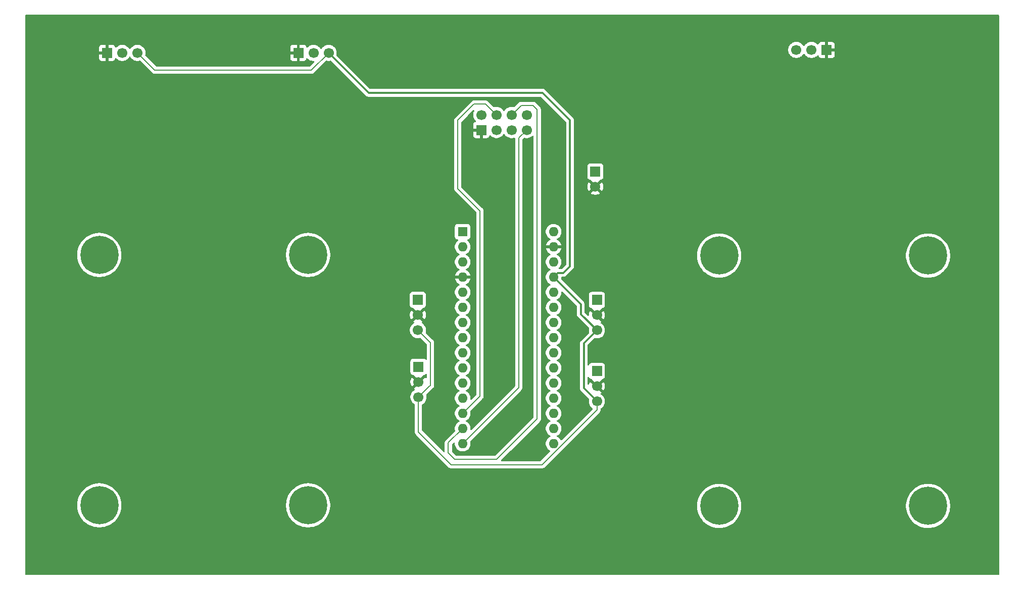
<source format=gbl>
%TF.GenerationSoftware,KiCad,Pcbnew,9.0.5*%
%TF.CreationDate,2025-12-04T02:48:25+01:00*%
%TF.ProjectId,Manette drone Robotech,4d616e65-7474-4652-9064-726f6e652052,rev?*%
%TF.SameCoordinates,Original*%
%TF.FileFunction,Copper,L2,Bot*%
%TF.FilePolarity,Positive*%
%FSLAX46Y46*%
G04 Gerber Fmt 4.6, Leading zero omitted, Abs format (unit mm)*
G04 Created by KiCad (PCBNEW 9.0.5) date 2025-12-04 02:48:25*
%MOMM*%
%LPD*%
G01*
G04 APERTURE LIST*
%TA.AperFunction,ComponentPad*%
%ADD10C,6.400000*%
%TD*%
%TA.AperFunction,ComponentPad*%
%ADD11R,1.600000X1.600000*%
%TD*%
%TA.AperFunction,ComponentPad*%
%ADD12O,1.600000X1.600000*%
%TD*%
%TA.AperFunction,ComponentPad*%
%ADD13R,1.700000X1.700000*%
%TD*%
%TA.AperFunction,ComponentPad*%
%ADD14C,1.700000*%
%TD*%
%TA.AperFunction,ViaPad*%
%ADD15C,0.600000*%
%TD*%
%TA.AperFunction,Conductor*%
%ADD16C,0.200000*%
%TD*%
%TA.AperFunction,Conductor*%
%ADD17C,0.300000*%
%TD*%
G04 APERTURE END LIST*
D10*
%TO.P,H3,1*%
%TO.N,N/C*%
X170100000Y-58500000D03*
%TD*%
D11*
%TO.P,A1,1,D1/TX*%
%TO.N,unconnected-(A1-D1{slash}TX-Pad1)*%
X92100000Y-54500000D03*
D12*
%TO.P,A1,2,D0/RX*%
%TO.N,unconnected-(A1-D0{slash}RX-Pad2)*%
X92100000Y-57040000D03*
%TO.P,A1,3,~{RESET}*%
%TO.N,unconnected-(A1-~{RESET}-Pad3)*%
X92100000Y-59580000D03*
%TO.P,A1,4,GND*%
%TO.N,GND*%
X92100000Y-62120000D03*
%TO.P,A1,5,D2*%
%TO.N,RADIO_ON_LED*%
X92100000Y-64660000D03*
%TO.P,A1,6,D3*%
%TO.N,GP_LED*%
X92100000Y-67200000D03*
%TO.P,A1,7,D4*%
%TO.N,KILL_SW*%
X92100000Y-69740000D03*
%TO.P,A1,8,D5*%
%TO.N,FAILSAFE_SW*%
X92100000Y-72280000D03*
%TO.P,A1,9,D6*%
%TO.N,unconnected-(A1-D6-Pad9)*%
X92100000Y-74820000D03*
%TO.P,A1,10,D7*%
%TO.N,CE*%
X92100000Y-77360000D03*
%TO.P,A1,11,D8*%
%TO.N,unconnected-(A1-D8-Pad11)*%
X92100000Y-79900000D03*
%TO.P,A1,12,D9*%
%TO.N,unconnected-(A1-D9-Pad12)*%
X92100000Y-82440000D03*
%TO.P,A1,13,D10*%
%TO.N,CSN*%
X92100000Y-84980000D03*
%TO.P,A1,14,D11*%
%TO.N,MOSI*%
X92100000Y-87520000D03*
%TO.P,A1,15,D12*%
%TO.N,MISO*%
X92100000Y-90060000D03*
%TO.P,A1,16,D13*%
%TO.N,SCK*%
X107340000Y-90060000D03*
%TO.P,A1,17,3V3*%
%TO.N,3V3*%
X107340000Y-87520000D03*
%TO.P,A1,18,AREF*%
%TO.N,unconnected-(A1-AREF-Pad18)*%
X107340000Y-84980000D03*
%TO.P,A1,19,A0*%
%TO.N,JoyThrotlle*%
X107340000Y-82440000D03*
%TO.P,A1,20,A1*%
%TO.N,JoyYaw*%
X107340000Y-79900000D03*
%TO.P,A1,21,A2*%
%TO.N,JoyPitch*%
X107340000Y-77360000D03*
%TO.P,A1,22,A3*%
%TO.N,JoyRoll*%
X107340000Y-74820000D03*
%TO.P,A1,23,A4*%
%TO.N,GP_POT*%
X107340000Y-72280000D03*
%TO.P,A1,24,A5*%
%TO.N,unconnected-(A1-A5-Pad24)*%
X107340000Y-69740000D03*
%TO.P,A1,25,A6*%
%TO.N,unconnected-(A1-A6-Pad25)*%
X107340000Y-67200000D03*
%TO.P,A1,26,A7*%
%TO.N,unconnected-(A1-A7-Pad26)*%
X107340000Y-64660000D03*
%TO.P,A1,27,+5V*%
%TO.N,5V*%
X107340000Y-62120000D03*
%TO.P,A1,28,~{RESET}*%
%TO.N,unconnected-(A1-~{RESET}-Pad28)*%
X107340000Y-59580000D03*
%TO.P,A1,29,GND*%
%TO.N,GND*%
X107340000Y-57040000D03*
%TO.P,A1,30,VIN*%
%TO.N,BAT*%
X107340000Y-54500000D03*
%TD*%
D13*
%TO.P,GP_POT1,1,Pin_1*%
%TO.N,GND*%
X153100000Y-24000000D03*
D14*
%TO.P,GP_POT1,2,Pin_2*%
%TO.N,GP_POT*%
X150560000Y-24000000D03*
%TO.P,GP_POT1,3,Pin_3*%
%TO.N,5V*%
X148020000Y-24000000D03*
%TD*%
D10*
%TO.P,H7,1*%
%TO.N,N/C*%
X66200000Y-58400000D03*
%TD*%
%TO.P,H5,1*%
%TO.N,N/C*%
X31200000Y-58400000D03*
%TD*%
D13*
%TO.P,SW1,1,Pin_1*%
%TO.N,GND*%
X32520000Y-24500000D03*
D14*
%TO.P,SW1,2,Pin_2*%
%TO.N,FAILSAFE_SW*%
X35060000Y-24500000D03*
%TO.P,SW1,3,Pin_3*%
%TO.N,5V*%
X37600000Y-24500000D03*
%TD*%
D10*
%TO.P,H4,1*%
%TO.N,N/C*%
X31200000Y-100400000D03*
%TD*%
D13*
%TO.P,SW2,1,Pin_1*%
%TO.N,GND*%
X64560000Y-24500000D03*
D14*
%TO.P,SW2,2,Pin_2*%
%TO.N,KILL_SW*%
X67100000Y-24500000D03*
%TO.P,SW2,3,Pin_3*%
%TO.N,5V*%
X69640000Y-24500000D03*
%TD*%
D13*
%TO.P,J2,1,Pin_1*%
%TO.N,BAT*%
X114340000Y-44400000D03*
D14*
%TO.P,J2,2,Pin_2*%
%TO.N,GND*%
X114340000Y-46940000D03*
%TD*%
D13*
%TO.P,JL2,1,Pin_1*%
%TO.N,JoyYaw*%
X84600000Y-65920000D03*
D14*
%TO.P,JL2,2,Pin_2*%
%TO.N,GND*%
X84600000Y-68460000D03*
%TO.P,JL2,3,Pin_3*%
%TO.N,5V*%
X84600000Y-71000000D03*
%TD*%
D13*
%TO.P,JR2,1,Pin_1*%
%TO.N,JoyRoll*%
X114600000Y-65960000D03*
D14*
%TO.P,JR2,2,Pin_2*%
%TO.N,GND*%
X114600000Y-68500000D03*
%TO.P,JR2,3,Pin_3*%
%TO.N,5V*%
X114600000Y-71040000D03*
%TD*%
D10*
%TO.P,H8,1*%
%TO.N,N/C*%
X66200000Y-100400000D03*
%TD*%
%TO.P,H6,1*%
%TO.N,N/C*%
X170100000Y-100500000D03*
%TD*%
D13*
%TO.P,JR1,1,Pin_1*%
%TO.N,JoyPitch*%
X114600000Y-77880000D03*
D14*
%TO.P,JR1,2,Pin_2*%
%TO.N,GND*%
X114600000Y-80420000D03*
%TO.P,JR1,3,Pin_3*%
%TO.N,5V*%
X114600000Y-82960000D03*
%TD*%
D13*
%TO.P,J1,1,Pin_1*%
%TO.N,GND*%
X95220000Y-37440000D03*
D14*
%TO.P,J1,2,Pin_2*%
%TO.N,3V3*%
X95220000Y-34900000D03*
%TO.P,J1,3,Pin_3*%
%TO.N,CE*%
X97760000Y-37440000D03*
%TO.P,J1,4,Pin_4*%
%TO.N,CSN*%
X97760000Y-34900000D03*
%TO.P,J1,5,Pin_5*%
%TO.N,SCK*%
X100300000Y-37440000D03*
%TO.P,J1,6,Pin_6*%
%TO.N,MOSI*%
X100300000Y-34900000D03*
%TO.P,J1,7,Pin_7*%
%TO.N,MISO*%
X102840000Y-37440000D03*
%TO.P,J1,8,Pin_8*%
%TO.N,unconnected-(J1-Pin_8-Pad8)*%
X102840000Y-34900000D03*
%TD*%
D10*
%TO.P,H2,1*%
%TO.N,N/C*%
X135100000Y-100500000D03*
%TD*%
D13*
%TO.P,JL1,1,Pin_1*%
%TO.N,JoyThrotlle*%
X84700000Y-77160000D03*
D14*
%TO.P,JL1,2,Pin_2*%
%TO.N,GND*%
X84700000Y-79700000D03*
%TO.P,JL1,3,Pin_3*%
%TO.N,5V*%
X84700000Y-82240000D03*
%TD*%
D10*
%TO.P,H1,1*%
%TO.N,N/C*%
X135100000Y-58500000D03*
%TD*%
D15*
%TO.N,GND*%
X134200000Y-33200000D03*
X138400000Y-36900000D03*
X102700000Y-83300000D03*
X100800000Y-85900000D03*
X96900000Y-82700000D03*
X99400000Y-85100000D03*
X76200000Y-88900000D03*
X76200000Y-76200000D03*
X76200000Y-63500000D03*
X25400000Y-25400000D03*
X25760000Y-57800000D03*
X25760000Y-70500000D03*
X25760000Y-83200000D03*
X25760000Y-95900000D03*
X165100000Y-108600000D03*
X177800000Y-101600000D03*
X177800000Y-76200000D03*
X177800000Y-63500000D03*
X177800000Y-38100000D03*
X177800000Y-25400000D03*
X165100000Y-25400000D03*
X25400000Y-38100000D03*
X165100000Y-83200000D03*
X165100000Y-70500000D03*
X165100000Y-38100000D03*
X152400000Y-57800000D03*
X152400000Y-38100000D03*
X114300000Y-38100000D03*
X127000000Y-38100000D03*
X127000000Y-25400000D03*
X114300000Y-25400000D03*
X101600000Y-25400000D03*
X76200000Y-38100000D03*
X88900000Y-38100000D03*
X88900000Y-25400000D03*
X50800000Y-38100000D03*
X51160000Y-57800000D03*
X51160000Y-70500000D03*
X51160000Y-95900000D03*
X51160000Y-83200000D03*
X127000000Y-88900000D03*
X127000000Y-76200000D03*
X127000000Y-63500000D03*
X139700000Y-70500000D03*
X152400000Y-70500000D03*
X152400000Y-83200000D03*
X139700000Y-83200000D03*
X139700000Y-95900000D03*
X152400000Y-95900000D03*
X152400000Y-108600000D03*
X139700000Y-108600000D03*
X127000000Y-101600000D03*
X114300000Y-101600000D03*
X101600000Y-101600000D03*
X88900000Y-101600000D03*
X76200000Y-101600000D03*
X63860000Y-83200000D03*
X63860000Y-70500000D03*
X63860000Y-95900000D03*
X38460000Y-95900000D03*
X38460000Y-83200000D03*
X38460000Y-70500000D03*
X38460000Y-57800000D03*
X38100000Y-38100000D03*
X114000000Y-87700000D03*
X111500000Y-85300000D03*
%TD*%
D16*
%TO.N,GND*%
X134700000Y-33200000D02*
X134200000Y-33200000D01*
X138400000Y-36900000D02*
X134700000Y-33200000D01*
X102700000Y-84000000D02*
X102700000Y-83300000D01*
X100800000Y-85900000D02*
X102700000Y-84000000D01*
%TO.N,MOSI*%
X101900000Y-33300000D02*
X100300000Y-34900000D01*
X104600000Y-85900000D02*
X104600000Y-34000000D01*
X97800000Y-92700000D02*
X104600000Y-85900000D01*
X90800000Y-92700000D02*
X97800000Y-92700000D01*
X104600000Y-34000000D02*
X103900000Y-33300000D01*
X89700000Y-89920000D02*
X89700000Y-91600000D01*
X92100000Y-87520000D02*
X89700000Y-89920000D01*
X89700000Y-91600000D02*
X90800000Y-92700000D01*
X103900000Y-33300000D02*
X101900000Y-33300000D01*
%TO.N,MISO*%
X101500000Y-80660000D02*
X101500000Y-38780000D01*
X92100000Y-90060000D02*
X101500000Y-80660000D01*
X101500000Y-38780000D02*
X102840000Y-37440000D01*
%TO.N,CSN*%
X97760000Y-34900000D02*
X95960000Y-33100000D01*
X91300000Y-35800000D02*
X91300000Y-47300000D01*
X95000000Y-82080000D02*
X92100000Y-84980000D01*
X95960000Y-33100000D02*
X94000000Y-33100000D01*
X95000000Y-51000000D02*
X95000000Y-82080000D01*
X91300000Y-47300000D02*
X95000000Y-51000000D01*
X94000000Y-33100000D02*
X91300000Y-35800000D01*
%TO.N,5V*%
X84700000Y-82240000D02*
X84700000Y-88100000D01*
X90200000Y-93600000D02*
X105400000Y-93600000D01*
D17*
X112400000Y-73240000D02*
X112400000Y-80760000D01*
D16*
X40500000Y-27400000D02*
X66740000Y-27400000D01*
D17*
X109000000Y-61400000D02*
X110100000Y-60300000D01*
D16*
X84600000Y-71000000D02*
X86700000Y-73100000D01*
X37600000Y-24500000D02*
X40500000Y-27400000D01*
D17*
X108060000Y-61400000D02*
X109000000Y-61400000D01*
D16*
X105400000Y-93600000D02*
X114600000Y-84400000D01*
D17*
X107340000Y-62140000D02*
X111900000Y-66700000D01*
X107340000Y-62120000D02*
X108060000Y-61400000D01*
X111900000Y-68340000D02*
X114600000Y-71040000D01*
X111900000Y-66700000D02*
X111900000Y-68340000D01*
D16*
X114600000Y-84400000D02*
X114600000Y-82960000D01*
D17*
X112400000Y-80760000D02*
X114600000Y-82960000D01*
X114600000Y-71040000D02*
X112400000Y-73240000D01*
D16*
X86700000Y-80300000D02*
X86640000Y-80300000D01*
X86640000Y-80300000D02*
X84700000Y-82240000D01*
D17*
X110100000Y-35800000D02*
X105500000Y-31200000D01*
X76340000Y-31200000D02*
X69640000Y-24500000D01*
X110100000Y-60300000D02*
X110100000Y-35800000D01*
X107340000Y-62120000D02*
X107340000Y-62140000D01*
D16*
X86700000Y-73100000D02*
X86700000Y-80300000D01*
X84700000Y-88100000D02*
X90200000Y-93600000D01*
X66740000Y-27400000D02*
X69640000Y-24500000D01*
D17*
X105500000Y-31200000D02*
X76340000Y-31200000D01*
%TD*%
%TA.AperFunction,Conductor*%
%TO.N,GND*%
G36*
X103918834Y-38373576D02*
G01*
X103974767Y-38415448D01*
X103999184Y-38480912D01*
X103999500Y-38489758D01*
X103999500Y-85599903D01*
X103979815Y-85666942D01*
X103963181Y-85687584D01*
X97587584Y-92063181D01*
X97526261Y-92096666D01*
X97499903Y-92099500D01*
X91100097Y-92099500D01*
X91033058Y-92079815D01*
X91012416Y-92063181D01*
X90336819Y-91387584D01*
X90303334Y-91326261D01*
X90300500Y-91299903D01*
X90300500Y-90220096D01*
X90320185Y-90153057D01*
X90336815Y-90132419D01*
X90587820Y-89881414D01*
X90649142Y-89847930D01*
X90718834Y-89852914D01*
X90774767Y-89894786D01*
X90799184Y-89960250D01*
X90799500Y-89969096D01*
X90799500Y-90162351D01*
X90831522Y-90364534D01*
X90894781Y-90559223D01*
X90987715Y-90741613D01*
X91108028Y-90907213D01*
X91252786Y-91051971D01*
X91407749Y-91164556D01*
X91418390Y-91172287D01*
X91534607Y-91231503D01*
X91600776Y-91265218D01*
X91600778Y-91265218D01*
X91600781Y-91265220D01*
X91705137Y-91299127D01*
X91795465Y-91328477D01*
X91896557Y-91344488D01*
X91997648Y-91360500D01*
X91997649Y-91360500D01*
X92202351Y-91360500D01*
X92202352Y-91360500D01*
X92404534Y-91328477D01*
X92599219Y-91265220D01*
X92781610Y-91172287D01*
X92874590Y-91104732D01*
X92947213Y-91051971D01*
X92947215Y-91051968D01*
X92947219Y-91051966D01*
X93091966Y-90907219D01*
X93091968Y-90907215D01*
X93091971Y-90907213D01*
X93144732Y-90834590D01*
X93212287Y-90741610D01*
X93305220Y-90559219D01*
X93368477Y-90364534D01*
X93400500Y-90162352D01*
X93400500Y-89957648D01*
X93388426Y-89881415D01*
X93368478Y-89755472D01*
X93368477Y-89755471D01*
X93368477Y-89755466D01*
X93363825Y-89741151D01*
X93361832Y-89671312D01*
X93394075Y-89615158D01*
X101858506Y-81150728D01*
X101858511Y-81150724D01*
X101868714Y-81140520D01*
X101868716Y-81140520D01*
X101980520Y-81028716D01*
X102059577Y-80891784D01*
X102100500Y-80739057D01*
X102100500Y-39080096D01*
X102120185Y-39013057D01*
X102136815Y-38992419D01*
X102355478Y-38773755D01*
X102416799Y-38740272D01*
X102481473Y-38743506D01*
X102523757Y-38757246D01*
X102733713Y-38790500D01*
X102733714Y-38790500D01*
X102946286Y-38790500D01*
X102946287Y-38790500D01*
X103156243Y-38757246D01*
X103358412Y-38691557D01*
X103547816Y-38595051D01*
X103634471Y-38532093D01*
X103719786Y-38470109D01*
X103719788Y-38470106D01*
X103719792Y-38470104D01*
X103787819Y-38402077D01*
X103849142Y-38368592D01*
X103918834Y-38373576D01*
G37*
%TD.AperFunction*%
%TA.AperFunction,Conductor*%
G36*
X108845703Y-64566095D02*
G01*
X108852181Y-64572127D01*
X111213181Y-66933127D01*
X111246666Y-66994450D01*
X111249500Y-67020808D01*
X111249500Y-68404070D01*
X111262312Y-68468476D01*
X111262312Y-68468478D01*
X111273719Y-68525826D01*
X111274499Y-68529744D01*
X111323535Y-68648127D01*
X111342678Y-68676777D01*
X111394726Y-68754673D01*
X111394727Y-68754674D01*
X113249342Y-70609288D01*
X113282827Y-70670611D01*
X113282319Y-70718755D01*
X113283516Y-70718945D01*
X113249500Y-70933713D01*
X113249500Y-71146286D01*
X113283516Y-71361055D01*
X113281877Y-71361314D01*
X113278738Y-71423883D01*
X113249342Y-71470710D01*
X111894722Y-72825331D01*
X111894717Y-72825337D01*
X111866074Y-72868209D01*
X111866069Y-72868216D01*
X111849031Y-72893713D01*
X111823534Y-72931873D01*
X111774499Y-73050255D01*
X111774497Y-73050261D01*
X111749500Y-73175928D01*
X111749500Y-73175931D01*
X111749500Y-80824069D01*
X111749500Y-80824071D01*
X111749499Y-80824071D01*
X111769130Y-80922754D01*
X111769130Y-80922755D01*
X111774497Y-80949737D01*
X111774498Y-80949742D01*
X111812367Y-81041164D01*
X111823535Y-81068127D01*
X111892621Y-81171523D01*
X111894726Y-81174673D01*
X111894727Y-81174674D01*
X113249342Y-82529288D01*
X113282827Y-82590611D01*
X113282319Y-82638755D01*
X113283516Y-82638945D01*
X113249500Y-82853713D01*
X113249500Y-83066286D01*
X113281781Y-83270104D01*
X113282754Y-83276243D01*
X113343502Y-83463206D01*
X113348444Y-83478414D01*
X113444951Y-83667820D01*
X113569890Y-83839786D01*
X113720213Y-83990109D01*
X113857856Y-84090111D01*
X113900522Y-84145440D01*
X113906501Y-84215054D01*
X113873896Y-84276849D01*
X113872652Y-84278110D01*
X108681011Y-89469751D01*
X108619688Y-89503236D01*
X108549996Y-89498252D01*
X108494063Y-89456380D01*
X108482845Y-89438364D01*
X108452286Y-89378388D01*
X108331971Y-89212786D01*
X108187213Y-89068028D01*
X108021614Y-88947715D01*
X108015006Y-88944348D01*
X107928917Y-88900483D01*
X107878123Y-88852511D01*
X107861328Y-88784690D01*
X107883865Y-88718555D01*
X107928917Y-88679516D01*
X108021610Y-88632287D01*
X108083138Y-88587585D01*
X108187213Y-88511971D01*
X108187215Y-88511968D01*
X108187219Y-88511966D01*
X108331966Y-88367219D01*
X108331968Y-88367215D01*
X108331971Y-88367213D01*
X108384732Y-88294590D01*
X108452287Y-88201610D01*
X108545220Y-88019219D01*
X108608477Y-87824534D01*
X108640500Y-87622352D01*
X108640500Y-87417648D01*
X108608477Y-87215466D01*
X108545220Y-87020781D01*
X108545218Y-87020778D01*
X108545218Y-87020776D01*
X108511503Y-86954607D01*
X108452287Y-86838390D01*
X108444556Y-86827749D01*
X108331971Y-86672786D01*
X108187213Y-86528028D01*
X108021614Y-86407715D01*
X107988271Y-86390726D01*
X107928917Y-86360483D01*
X107878123Y-86312511D01*
X107861328Y-86244690D01*
X107883865Y-86178555D01*
X107928917Y-86139516D01*
X108021610Y-86092287D01*
X108177458Y-85979058D01*
X108187213Y-85971971D01*
X108187215Y-85971968D01*
X108187219Y-85971966D01*
X108331966Y-85827219D01*
X108331968Y-85827215D01*
X108331971Y-85827213D01*
X108384732Y-85754590D01*
X108452287Y-85661610D01*
X108545220Y-85479219D01*
X108608477Y-85284534D01*
X108640500Y-85082352D01*
X108640500Y-84877648D01*
X108623247Y-84768716D01*
X108608477Y-84675465D01*
X108579127Y-84585137D01*
X108545220Y-84480781D01*
X108545218Y-84480778D01*
X108545218Y-84480776D01*
X108511503Y-84414607D01*
X108452287Y-84298390D01*
X108414019Y-84245718D01*
X108331971Y-84132786D01*
X108187213Y-83988028D01*
X108021614Y-83867715D01*
X108015006Y-83864348D01*
X107928917Y-83820483D01*
X107878123Y-83772511D01*
X107861328Y-83704690D01*
X107883865Y-83638555D01*
X107928917Y-83599516D01*
X108021610Y-83552287D01*
X108058179Y-83525718D01*
X108187213Y-83431971D01*
X108187215Y-83431968D01*
X108187219Y-83431966D01*
X108331966Y-83287219D01*
X108331968Y-83287215D01*
X108331971Y-83287213D01*
X108384732Y-83214590D01*
X108452287Y-83121610D01*
X108545220Y-82939219D01*
X108608477Y-82744534D01*
X108640500Y-82542352D01*
X108640500Y-82337648D01*
X108608477Y-82135466D01*
X108607907Y-82133713D01*
X108545218Y-81940776D01*
X108497406Y-81846941D01*
X108452287Y-81758390D01*
X108415999Y-81708443D01*
X108331971Y-81592786D01*
X108187213Y-81448028D01*
X108021614Y-81327715D01*
X108015006Y-81324348D01*
X107928917Y-81280483D01*
X107878123Y-81232511D01*
X107861328Y-81164690D01*
X107883865Y-81098555D01*
X107928917Y-81059516D01*
X108021610Y-81012287D01*
X108107697Y-80949742D01*
X108187213Y-80891971D01*
X108187215Y-80891968D01*
X108187219Y-80891966D01*
X108331966Y-80747219D01*
X108331968Y-80747215D01*
X108331971Y-80747213D01*
X108429486Y-80612993D01*
X108452287Y-80581610D01*
X108545220Y-80399219D01*
X108608477Y-80204534D01*
X108640500Y-80002352D01*
X108640500Y-79797648D01*
X108608477Y-79595466D01*
X108607920Y-79593753D01*
X108545218Y-79400776D01*
X108468484Y-79250179D01*
X108452287Y-79218390D01*
X108419886Y-79173793D01*
X108331971Y-79052786D01*
X108187213Y-78908028D01*
X108021614Y-78787715D01*
X108015006Y-78784348D01*
X107928917Y-78740483D01*
X107878123Y-78692511D01*
X107861328Y-78624690D01*
X107883865Y-78558555D01*
X107928917Y-78519516D01*
X108021610Y-78472287D01*
X108159225Y-78372305D01*
X108187213Y-78351971D01*
X108187215Y-78351968D01*
X108187219Y-78351966D01*
X108331966Y-78207219D01*
X108331968Y-78207215D01*
X108331971Y-78207213D01*
X108397162Y-78117483D01*
X108452287Y-78041610D01*
X108545220Y-77859219D01*
X108608477Y-77664534D01*
X108640500Y-77462352D01*
X108640500Y-77257648D01*
X108608477Y-77055466D01*
X108545220Y-76860781D01*
X108545218Y-76860778D01*
X108545218Y-76860776D01*
X108511503Y-76794607D01*
X108452287Y-76678390D01*
X108444556Y-76667749D01*
X108331971Y-76512786D01*
X108187213Y-76368028D01*
X108021614Y-76247715D01*
X108015006Y-76244348D01*
X107928917Y-76200483D01*
X107878123Y-76152511D01*
X107861328Y-76084690D01*
X107883865Y-76018555D01*
X107928917Y-75979516D01*
X108021610Y-75932287D01*
X108044761Y-75915467D01*
X108187213Y-75811971D01*
X108187215Y-75811968D01*
X108187219Y-75811966D01*
X108331966Y-75667219D01*
X108331968Y-75667215D01*
X108331971Y-75667213D01*
X108384732Y-75594590D01*
X108452287Y-75501610D01*
X108545220Y-75319219D01*
X108608477Y-75124534D01*
X108640500Y-74922352D01*
X108640500Y-74717648D01*
X108608477Y-74515466D01*
X108545220Y-74320781D01*
X108545218Y-74320778D01*
X108545218Y-74320776D01*
X108511503Y-74254607D01*
X108452287Y-74138390D01*
X108444556Y-74127749D01*
X108331971Y-73972786D01*
X108187213Y-73828028D01*
X108021614Y-73707715D01*
X108015006Y-73704348D01*
X107928917Y-73660483D01*
X107878123Y-73612511D01*
X107861328Y-73544690D01*
X107883865Y-73478555D01*
X107928917Y-73439516D01*
X108021610Y-73392287D01*
X108131544Y-73312416D01*
X108187213Y-73271971D01*
X108187215Y-73271968D01*
X108187219Y-73271966D01*
X108331966Y-73127219D01*
X108331968Y-73127215D01*
X108331971Y-73127213D01*
X108409179Y-73020943D01*
X108452287Y-72961610D01*
X108545220Y-72779219D01*
X108608477Y-72584534D01*
X108640500Y-72382352D01*
X108640500Y-72177648D01*
X108623467Y-72070109D01*
X108608477Y-71975465D01*
X108545218Y-71780776D01*
X108508042Y-71707816D01*
X108452287Y-71598390D01*
X108394182Y-71518414D01*
X108331971Y-71432786D01*
X108187213Y-71288028D01*
X108021614Y-71167715D01*
X107979557Y-71146286D01*
X107928917Y-71120483D01*
X107878123Y-71072511D01*
X107861328Y-71004690D01*
X107883865Y-70938555D01*
X107928917Y-70899516D01*
X108021610Y-70852287D01*
X108042770Y-70836913D01*
X108187213Y-70731971D01*
X108187215Y-70731968D01*
X108187219Y-70731966D01*
X108331966Y-70587219D01*
X108331968Y-70587215D01*
X108331971Y-70587213D01*
X108384732Y-70514590D01*
X108452287Y-70421610D01*
X108545220Y-70239219D01*
X108608477Y-70044534D01*
X108640500Y-69842352D01*
X108640500Y-69637648D01*
X108608477Y-69435466D01*
X108545220Y-69240781D01*
X108545218Y-69240778D01*
X108545218Y-69240776D01*
X108507907Y-69167550D01*
X108452287Y-69058390D01*
X108409865Y-69000000D01*
X108331971Y-68892786D01*
X108187213Y-68748028D01*
X108021614Y-68627715D01*
X108015006Y-68624348D01*
X107928917Y-68580483D01*
X107878123Y-68532511D01*
X107861328Y-68464690D01*
X107883865Y-68398555D01*
X107928917Y-68359516D01*
X108021610Y-68312287D01*
X108083933Y-68267007D01*
X108187213Y-68191971D01*
X108187215Y-68191968D01*
X108187219Y-68191966D01*
X108331966Y-68047219D01*
X108331968Y-68047215D01*
X108331971Y-68047213D01*
X108408570Y-67941782D01*
X108452287Y-67881610D01*
X108545220Y-67699219D01*
X108608477Y-67504534D01*
X108640500Y-67302352D01*
X108640500Y-67097648D01*
X108624155Y-66994450D01*
X108608477Y-66895465D01*
X108545218Y-66700776D01*
X108511503Y-66634607D01*
X108452287Y-66518390D01*
X108444556Y-66507749D01*
X108331971Y-66352786D01*
X108187213Y-66208028D01*
X108021614Y-66087715D01*
X108015006Y-66084348D01*
X107928917Y-66040483D01*
X107878123Y-65992511D01*
X107861328Y-65924690D01*
X107883865Y-65858555D01*
X107928917Y-65819516D01*
X108021610Y-65772287D01*
X108042770Y-65756913D01*
X108187213Y-65651971D01*
X108187215Y-65651968D01*
X108187219Y-65651966D01*
X108331966Y-65507219D01*
X108331968Y-65507215D01*
X108331971Y-65507213D01*
X108384732Y-65434590D01*
X108452287Y-65341610D01*
X108545220Y-65159219D01*
X108608477Y-64964534D01*
X108640500Y-64762352D01*
X108640500Y-64659808D01*
X108660185Y-64592769D01*
X108712989Y-64547014D01*
X108782147Y-64537070D01*
X108845703Y-64566095D01*
G37*
%TD.AperFunction*%
%TA.AperFunction,Conductor*%
G36*
X93962223Y-34089526D02*
G01*
X94018156Y-34131398D01*
X94042573Y-34196862D01*
X94029374Y-34262003D01*
X93968444Y-34381585D01*
X93902753Y-34583760D01*
X93869500Y-34793713D01*
X93869500Y-35006286D01*
X93902753Y-35216239D01*
X93968443Y-35418412D01*
X94064951Y-35607820D01*
X94189890Y-35779786D01*
X94303818Y-35893714D01*
X94337303Y-35955037D01*
X94332319Y-36024729D01*
X94290447Y-36080662D01*
X94259471Y-36097577D01*
X94127912Y-36146646D01*
X94127906Y-36146649D01*
X94012812Y-36232809D01*
X94012809Y-36232812D01*
X93926649Y-36347906D01*
X93926645Y-36347913D01*
X93876403Y-36482620D01*
X93876401Y-36482627D01*
X93870000Y-36542155D01*
X93870000Y-37190000D01*
X94786988Y-37190000D01*
X94754075Y-37247007D01*
X94720000Y-37374174D01*
X94720000Y-37505826D01*
X94754075Y-37632993D01*
X94786988Y-37690000D01*
X93870000Y-37690000D01*
X93870000Y-38337844D01*
X93876401Y-38397372D01*
X93876403Y-38397379D01*
X93926645Y-38532086D01*
X93926649Y-38532093D01*
X94012809Y-38647187D01*
X94012812Y-38647190D01*
X94127906Y-38733350D01*
X94127913Y-38733354D01*
X94262620Y-38783596D01*
X94262627Y-38783598D01*
X94322155Y-38789999D01*
X94322172Y-38790000D01*
X94970000Y-38790000D01*
X94970000Y-37873012D01*
X95027007Y-37905925D01*
X95154174Y-37940000D01*
X95285826Y-37940000D01*
X95412993Y-37905925D01*
X95470000Y-37873012D01*
X95470000Y-38790000D01*
X96117828Y-38790000D01*
X96117844Y-38789999D01*
X96177372Y-38783598D01*
X96177379Y-38783596D01*
X96312086Y-38733354D01*
X96312093Y-38733350D01*
X96427187Y-38647190D01*
X96427190Y-38647187D01*
X96513350Y-38532093D01*
X96513354Y-38532086D01*
X96562422Y-38400529D01*
X96604293Y-38344595D01*
X96669757Y-38320178D01*
X96738030Y-38335030D01*
X96766285Y-38356181D01*
X96880213Y-38470109D01*
X97052179Y-38595048D01*
X97052181Y-38595049D01*
X97052184Y-38595051D01*
X97241588Y-38691557D01*
X97443757Y-38757246D01*
X97653713Y-38790500D01*
X97653714Y-38790500D01*
X97866286Y-38790500D01*
X97866287Y-38790500D01*
X98076243Y-38757246D01*
X98278412Y-38691557D01*
X98467816Y-38595051D01*
X98554471Y-38532093D01*
X98639786Y-38470109D01*
X98639788Y-38470106D01*
X98639792Y-38470104D01*
X98790104Y-38319792D01*
X98790106Y-38319788D01*
X98790109Y-38319786D01*
X98915048Y-38147820D01*
X98915047Y-38147820D01*
X98915051Y-38147816D01*
X98919514Y-38139054D01*
X98967488Y-38088259D01*
X99035308Y-38071463D01*
X99101444Y-38093999D01*
X99140486Y-38139056D01*
X99144951Y-38147820D01*
X99269890Y-38319786D01*
X99420213Y-38470109D01*
X99592179Y-38595048D01*
X99592181Y-38595049D01*
X99592184Y-38595051D01*
X99781588Y-38691557D01*
X99983757Y-38757246D01*
X100193713Y-38790500D01*
X100193714Y-38790500D01*
X100406286Y-38790500D01*
X100406287Y-38790500D01*
X100616243Y-38757246D01*
X100737183Y-38717949D01*
X100765299Y-38717146D01*
X100793142Y-38713143D01*
X100799754Y-38716162D01*
X100807022Y-38715955D01*
X100831113Y-38730482D01*
X100856699Y-38742166D01*
X100860628Y-38748280D01*
X100866855Y-38752035D01*
X100879268Y-38777282D01*
X100894475Y-38800943D01*
X100895952Y-38811215D01*
X100897683Y-38814736D01*
X100899499Y-38835877D01*
X100899499Y-38859057D01*
X100899499Y-38859059D01*
X100899500Y-38869053D01*
X100899500Y-80359902D01*
X100879815Y-80426941D01*
X100863181Y-80447583D01*
X93612181Y-87698583D01*
X93550858Y-87732068D01*
X93481166Y-87727084D01*
X93425233Y-87685212D01*
X93400816Y-87619748D01*
X93400500Y-87610902D01*
X93400500Y-87417648D01*
X93368477Y-87215465D01*
X93305218Y-87020776D01*
X93271503Y-86954607D01*
X93212287Y-86838390D01*
X93204556Y-86827749D01*
X93091971Y-86672786D01*
X92947213Y-86528028D01*
X92781614Y-86407715D01*
X92748271Y-86390726D01*
X92688917Y-86360483D01*
X92638123Y-86312511D01*
X92621328Y-86244690D01*
X92643865Y-86178555D01*
X92688917Y-86139516D01*
X92781610Y-86092287D01*
X92937458Y-85979058D01*
X92947213Y-85971971D01*
X92947215Y-85971968D01*
X92947219Y-85971966D01*
X93091966Y-85827219D01*
X93091968Y-85827215D01*
X93091971Y-85827213D01*
X93144732Y-85754590D01*
X93212287Y-85661610D01*
X93305220Y-85479219D01*
X93368477Y-85284534D01*
X93400500Y-85082352D01*
X93400500Y-84877648D01*
X93383247Y-84768716D01*
X93368478Y-84675472D01*
X93368477Y-84675471D01*
X93368477Y-84675466D01*
X93363825Y-84661151D01*
X93361832Y-84591312D01*
X93394075Y-84535158D01*
X95358506Y-82570728D01*
X95358511Y-82570724D01*
X95368714Y-82560520D01*
X95368716Y-82560520D01*
X95480520Y-82448716D01*
X95559577Y-82311784D01*
X95600500Y-82159057D01*
X95600500Y-50920943D01*
X95559577Y-50768216D01*
X95559577Y-50768215D01*
X95559577Y-50768214D01*
X95530639Y-50718095D01*
X95530637Y-50718092D01*
X95480520Y-50631284D01*
X95368716Y-50519480D01*
X95368715Y-50519479D01*
X95364385Y-50515149D01*
X95364374Y-50515139D01*
X91936819Y-47087584D01*
X91903334Y-47026261D01*
X91900500Y-46999903D01*
X91900500Y-36100097D01*
X91920185Y-36033058D01*
X91936819Y-36012416D01*
X92942949Y-35006286D01*
X93831209Y-34118026D01*
X93892531Y-34084542D01*
X93962223Y-34089526D01*
G37*
%TD.AperFunction*%
%TA.AperFunction,Conductor*%
G36*
X113255703Y-78880335D02*
G01*
X113290682Y-78930715D01*
X113306202Y-78972328D01*
X113306206Y-78972335D01*
X113392452Y-79087544D01*
X113392455Y-79087547D01*
X113507664Y-79173793D01*
X113507671Y-79173797D01*
X113552618Y-79190561D01*
X113642517Y-79224091D01*
X113702127Y-79230500D01*
X113712685Y-79230499D01*
X113779723Y-79250179D01*
X113800372Y-79266818D01*
X114470591Y-79937037D01*
X114407007Y-79954075D01*
X114292993Y-80019901D01*
X114199901Y-80112993D01*
X114134075Y-80227007D01*
X114117037Y-80290591D01*
X113484728Y-79658282D01*
X113484727Y-79658282D01*
X113445380Y-79712439D01*
X113348904Y-79901782D01*
X113292431Y-80075591D01*
X113252994Y-80133266D01*
X113188635Y-80160465D01*
X113119789Y-80148550D01*
X113068313Y-80101306D01*
X113050500Y-80037273D01*
X113050500Y-78974048D01*
X113070185Y-78907009D01*
X113122989Y-78861254D01*
X113192147Y-78851310D01*
X113255703Y-78880335D01*
G37*
%TD.AperFunction*%
%TA.AperFunction,Conductor*%
G36*
X86034926Y-78362738D02*
G01*
X86084332Y-78412143D01*
X86099500Y-78471571D01*
X86099500Y-78956546D01*
X86079815Y-79023585D01*
X86027011Y-79069340D01*
X85957853Y-79079284D01*
X85894297Y-79050259D01*
X85865016Y-79012842D01*
X85854626Y-78992452D01*
X85815270Y-78938282D01*
X85815269Y-78938282D01*
X85182962Y-79570590D01*
X85165925Y-79507007D01*
X85100099Y-79392993D01*
X85007007Y-79299901D01*
X84892993Y-79234075D01*
X84829409Y-79217037D01*
X85499627Y-78546818D01*
X85560950Y-78513333D01*
X85587307Y-78510499D01*
X85597872Y-78510499D01*
X85657483Y-78504091D01*
X85792331Y-78453796D01*
X85901189Y-78372305D01*
X85966653Y-78347887D01*
X86034926Y-78362738D01*
G37*
%TD.AperFunction*%
%TA.AperFunction,Conductor*%
G36*
X181942539Y-18120185D02*
G01*
X181988294Y-18172989D01*
X181999500Y-18224500D01*
X181999500Y-111975500D01*
X181979815Y-112042539D01*
X181927011Y-112088294D01*
X181875500Y-112099500D01*
X18924500Y-112099500D01*
X18857461Y-112079815D01*
X18811706Y-112027011D01*
X18800500Y-111975500D01*
X18800500Y-100218209D01*
X27499500Y-100218209D01*
X27499500Y-100581790D01*
X27535137Y-100943630D01*
X27606064Y-101300212D01*
X27606067Y-101300223D01*
X27711614Y-101648165D01*
X27850754Y-101984078D01*
X27850756Y-101984083D01*
X28022140Y-102304720D01*
X28022151Y-102304738D01*
X28224140Y-102607035D01*
X28224150Y-102607049D01*
X28454807Y-102888106D01*
X28711893Y-103145192D01*
X28711898Y-103145196D01*
X28711899Y-103145197D01*
X28992956Y-103375854D01*
X29295268Y-103577853D01*
X29295277Y-103577858D01*
X29295279Y-103577859D01*
X29615916Y-103749243D01*
X29615918Y-103749243D01*
X29615924Y-103749247D01*
X29951836Y-103888386D01*
X30299767Y-103993930D01*
X30299773Y-103993931D01*
X30299776Y-103993932D01*
X30299787Y-103993935D01*
X30656369Y-104064862D01*
X31018206Y-104100500D01*
X31018209Y-104100500D01*
X31381791Y-104100500D01*
X31381794Y-104100500D01*
X31743631Y-104064862D01*
X31813045Y-104051054D01*
X32100212Y-103993935D01*
X32100223Y-103993932D01*
X32100223Y-103993931D01*
X32100233Y-103993930D01*
X32448164Y-103888386D01*
X32784076Y-103749247D01*
X33104732Y-103577853D01*
X33407044Y-103375854D01*
X33688101Y-103145197D01*
X33945197Y-102888101D01*
X34175854Y-102607044D01*
X34377853Y-102304732D01*
X34549247Y-101984076D01*
X34688386Y-101648164D01*
X34793930Y-101300233D01*
X34793932Y-101300223D01*
X34793935Y-101300212D01*
X34864862Y-100943630D01*
X34900500Y-100581790D01*
X34900500Y-100218209D01*
X62499500Y-100218209D01*
X62499500Y-100581790D01*
X62535137Y-100943630D01*
X62606064Y-101300212D01*
X62606067Y-101300223D01*
X62711614Y-101648165D01*
X62850754Y-101984078D01*
X62850756Y-101984083D01*
X63022140Y-102304720D01*
X63022151Y-102304738D01*
X63224140Y-102607035D01*
X63224150Y-102607049D01*
X63454807Y-102888106D01*
X63711893Y-103145192D01*
X63711898Y-103145196D01*
X63711899Y-103145197D01*
X63992956Y-103375854D01*
X64295268Y-103577853D01*
X64295277Y-103577858D01*
X64295279Y-103577859D01*
X64615916Y-103749243D01*
X64615918Y-103749243D01*
X64615924Y-103749247D01*
X64951836Y-103888386D01*
X65299767Y-103993930D01*
X65299773Y-103993931D01*
X65299776Y-103993932D01*
X65299787Y-103993935D01*
X65656369Y-104064862D01*
X66018206Y-104100500D01*
X66018209Y-104100500D01*
X66381791Y-104100500D01*
X66381794Y-104100500D01*
X66743631Y-104064862D01*
X66813045Y-104051054D01*
X67100212Y-103993935D01*
X67100223Y-103993932D01*
X67100223Y-103993931D01*
X67100233Y-103993930D01*
X67448164Y-103888386D01*
X67784076Y-103749247D01*
X68104732Y-103577853D01*
X68407044Y-103375854D01*
X68688101Y-103145197D01*
X68945197Y-102888101D01*
X69175854Y-102607044D01*
X69377853Y-102304732D01*
X69549247Y-101984076D01*
X69688386Y-101648164D01*
X69793930Y-101300233D01*
X69793932Y-101300223D01*
X69793935Y-101300212D01*
X69864862Y-100943630D01*
X69900500Y-100581790D01*
X69900500Y-100318209D01*
X131399500Y-100318209D01*
X131399500Y-100681790D01*
X131435137Y-101043630D01*
X131506064Y-101400212D01*
X131506067Y-101400223D01*
X131611614Y-101748165D01*
X131750754Y-102084078D01*
X131750756Y-102084083D01*
X131922140Y-102404720D01*
X131922151Y-102404738D01*
X132124140Y-102707035D01*
X132124150Y-102707049D01*
X132354807Y-102988106D01*
X132611893Y-103245192D01*
X132611898Y-103245196D01*
X132611899Y-103245197D01*
X132892956Y-103475854D01*
X133195268Y-103677853D01*
X133195277Y-103677858D01*
X133195279Y-103677859D01*
X133515916Y-103849243D01*
X133515918Y-103849243D01*
X133515924Y-103849247D01*
X133851836Y-103988386D01*
X134199767Y-104093930D01*
X134199773Y-104093931D01*
X134199776Y-104093932D01*
X134199787Y-104093935D01*
X134556369Y-104164862D01*
X134918206Y-104200500D01*
X134918209Y-104200500D01*
X135281791Y-104200500D01*
X135281794Y-104200500D01*
X135643631Y-104164862D01*
X135713045Y-104151054D01*
X136000212Y-104093935D01*
X136000223Y-104093932D01*
X136000223Y-104093931D01*
X136000233Y-104093930D01*
X136348164Y-103988386D01*
X136684076Y-103849247D01*
X137004732Y-103677853D01*
X137307044Y-103475854D01*
X137588101Y-103245197D01*
X137845197Y-102988101D01*
X138075854Y-102707044D01*
X138277853Y-102404732D01*
X138449247Y-102084076D01*
X138588386Y-101748164D01*
X138693930Y-101400233D01*
X138693932Y-101400223D01*
X138693935Y-101400212D01*
X138764862Y-101043630D01*
X138800500Y-100681790D01*
X138800500Y-100318209D01*
X166399500Y-100318209D01*
X166399500Y-100681790D01*
X166435137Y-101043630D01*
X166506064Y-101400212D01*
X166506067Y-101400223D01*
X166611614Y-101748165D01*
X166750754Y-102084078D01*
X166750756Y-102084083D01*
X166922140Y-102404720D01*
X166922151Y-102404738D01*
X167124140Y-102707035D01*
X167124150Y-102707049D01*
X167354807Y-102988106D01*
X167611893Y-103245192D01*
X167611898Y-103245196D01*
X167611899Y-103245197D01*
X167892956Y-103475854D01*
X168195268Y-103677853D01*
X168195277Y-103677858D01*
X168195279Y-103677859D01*
X168515916Y-103849243D01*
X168515918Y-103849243D01*
X168515924Y-103849247D01*
X168851836Y-103988386D01*
X169199767Y-104093930D01*
X169199773Y-104093931D01*
X169199776Y-104093932D01*
X169199787Y-104093935D01*
X169556369Y-104164862D01*
X169918206Y-104200500D01*
X169918209Y-104200500D01*
X170281791Y-104200500D01*
X170281794Y-104200500D01*
X170643631Y-104164862D01*
X170713045Y-104151054D01*
X171000212Y-104093935D01*
X171000223Y-104093932D01*
X171000223Y-104093931D01*
X171000233Y-104093930D01*
X171348164Y-103988386D01*
X171684076Y-103849247D01*
X172004732Y-103677853D01*
X172307044Y-103475854D01*
X172588101Y-103245197D01*
X172845197Y-102988101D01*
X173075854Y-102707044D01*
X173277853Y-102404732D01*
X173449247Y-102084076D01*
X173588386Y-101748164D01*
X173693930Y-101400233D01*
X173693932Y-101400223D01*
X173693935Y-101400212D01*
X173764862Y-101043630D01*
X173800500Y-100681790D01*
X173800500Y-100318209D01*
X173764862Y-99956369D01*
X173693935Y-99599787D01*
X173693932Y-99599776D01*
X173693931Y-99599773D01*
X173693930Y-99599767D01*
X173588386Y-99251836D01*
X173449247Y-98915924D01*
X173395794Y-98815921D01*
X173277859Y-98595279D01*
X173277858Y-98595277D01*
X173277853Y-98595268D01*
X173075854Y-98292956D01*
X172845197Y-98011899D01*
X172845196Y-98011898D01*
X172845192Y-98011893D01*
X172588106Y-97754807D01*
X172307049Y-97524150D01*
X172307048Y-97524149D01*
X172307044Y-97524146D01*
X172004732Y-97322147D01*
X172004727Y-97322144D01*
X172004720Y-97322140D01*
X171684083Y-97150756D01*
X171684078Y-97150754D01*
X171348165Y-97011614D01*
X171000223Y-96906067D01*
X171000212Y-96906064D01*
X170643630Y-96835137D01*
X170371111Y-96808296D01*
X170281794Y-96799500D01*
X169918206Y-96799500D01*
X169835679Y-96807628D01*
X169556369Y-96835137D01*
X169199787Y-96906064D01*
X169199776Y-96906067D01*
X168851834Y-97011614D01*
X168515921Y-97150754D01*
X168515916Y-97150756D01*
X168195279Y-97322140D01*
X168195261Y-97322151D01*
X167892964Y-97524140D01*
X167892950Y-97524150D01*
X167611893Y-97754807D01*
X167354807Y-98011893D01*
X167124150Y-98292950D01*
X167124140Y-98292964D01*
X166922151Y-98595261D01*
X166922140Y-98595279D01*
X166750756Y-98915916D01*
X166750754Y-98915921D01*
X166611614Y-99251834D01*
X166506067Y-99599776D01*
X166506064Y-99599787D01*
X166435137Y-99956369D01*
X166399500Y-100318209D01*
X138800500Y-100318209D01*
X138764862Y-99956369D01*
X138693935Y-99599787D01*
X138693932Y-99599776D01*
X138693931Y-99599773D01*
X138693930Y-99599767D01*
X138588386Y-99251836D01*
X138449247Y-98915924D01*
X138395794Y-98815921D01*
X138277859Y-98595279D01*
X138277858Y-98595277D01*
X138277853Y-98595268D01*
X138075854Y-98292956D01*
X137845197Y-98011899D01*
X137845196Y-98011898D01*
X137845192Y-98011893D01*
X137588106Y-97754807D01*
X137307049Y-97524150D01*
X137307048Y-97524149D01*
X137307044Y-97524146D01*
X137004732Y-97322147D01*
X137004727Y-97322144D01*
X137004720Y-97322140D01*
X136684083Y-97150756D01*
X136684078Y-97150754D01*
X136348165Y-97011614D01*
X136000223Y-96906067D01*
X136000212Y-96906064D01*
X135643630Y-96835137D01*
X135371111Y-96808296D01*
X135281794Y-96799500D01*
X134918206Y-96799500D01*
X134835679Y-96807628D01*
X134556369Y-96835137D01*
X134199787Y-96906064D01*
X134199776Y-96906067D01*
X133851834Y-97011614D01*
X133515921Y-97150754D01*
X133515916Y-97150756D01*
X133195279Y-97322140D01*
X133195261Y-97322151D01*
X132892964Y-97524140D01*
X132892950Y-97524150D01*
X132611893Y-97754807D01*
X132354807Y-98011893D01*
X132124150Y-98292950D01*
X132124140Y-98292964D01*
X131922151Y-98595261D01*
X131922140Y-98595279D01*
X131750756Y-98915916D01*
X131750754Y-98915921D01*
X131611614Y-99251834D01*
X131506067Y-99599776D01*
X131506064Y-99599787D01*
X131435137Y-99956369D01*
X131399500Y-100318209D01*
X69900500Y-100318209D01*
X69900500Y-100218209D01*
X69864862Y-99856369D01*
X69793935Y-99499787D01*
X69793932Y-99499776D01*
X69793931Y-99499773D01*
X69793930Y-99499767D01*
X69688386Y-99151836D01*
X69549247Y-98815924D01*
X69377853Y-98495268D01*
X69175854Y-98192956D01*
X68945197Y-97911899D01*
X68945196Y-97911898D01*
X68945192Y-97911893D01*
X68688106Y-97654807D01*
X68407049Y-97424150D01*
X68407048Y-97424149D01*
X68407044Y-97424146D01*
X68104732Y-97222147D01*
X68104727Y-97222144D01*
X68104720Y-97222140D01*
X67784083Y-97050756D01*
X67784078Y-97050754D01*
X67448165Y-96911614D01*
X67100223Y-96806067D01*
X67100212Y-96806064D01*
X66743630Y-96735137D01*
X66471111Y-96708296D01*
X66381794Y-96699500D01*
X66018206Y-96699500D01*
X65935679Y-96707628D01*
X65656369Y-96735137D01*
X65299787Y-96806064D01*
X65299776Y-96806067D01*
X64951834Y-96911614D01*
X64615921Y-97050754D01*
X64615916Y-97050756D01*
X64295279Y-97222140D01*
X64295261Y-97222151D01*
X63992964Y-97424140D01*
X63992950Y-97424150D01*
X63711893Y-97654807D01*
X63454807Y-97911893D01*
X63224150Y-98192950D01*
X63224140Y-98192964D01*
X63022151Y-98495261D01*
X63022140Y-98495279D01*
X62850756Y-98815916D01*
X62850754Y-98815921D01*
X62711614Y-99151834D01*
X62606067Y-99499776D01*
X62606064Y-99499787D01*
X62535137Y-99856369D01*
X62499500Y-100218209D01*
X34900500Y-100218209D01*
X34864862Y-99856369D01*
X34793935Y-99499787D01*
X34793932Y-99499776D01*
X34793931Y-99499773D01*
X34793930Y-99499767D01*
X34688386Y-99151836D01*
X34549247Y-98815924D01*
X34377853Y-98495268D01*
X34175854Y-98192956D01*
X33945197Y-97911899D01*
X33945196Y-97911898D01*
X33945192Y-97911893D01*
X33688106Y-97654807D01*
X33407049Y-97424150D01*
X33407048Y-97424149D01*
X33407044Y-97424146D01*
X33104732Y-97222147D01*
X33104727Y-97222144D01*
X33104720Y-97222140D01*
X32784083Y-97050756D01*
X32784078Y-97050754D01*
X32448165Y-96911614D01*
X32100223Y-96806067D01*
X32100212Y-96806064D01*
X31743630Y-96735137D01*
X31471111Y-96708296D01*
X31381794Y-96699500D01*
X31018206Y-96699500D01*
X30935679Y-96707628D01*
X30656369Y-96735137D01*
X30299787Y-96806064D01*
X30299776Y-96806067D01*
X29951834Y-96911614D01*
X29615921Y-97050754D01*
X29615916Y-97050756D01*
X29295279Y-97222140D01*
X29295261Y-97222151D01*
X28992964Y-97424140D01*
X28992950Y-97424150D01*
X28711893Y-97654807D01*
X28454807Y-97911893D01*
X28224150Y-98192950D01*
X28224140Y-98192964D01*
X28022151Y-98495261D01*
X28022140Y-98495279D01*
X27850756Y-98815916D01*
X27850754Y-98815921D01*
X27711614Y-99151834D01*
X27606067Y-99499776D01*
X27606064Y-99499787D01*
X27535137Y-99856369D01*
X27499500Y-100218209D01*
X18800500Y-100218209D01*
X18800500Y-58218209D01*
X27499500Y-58218209D01*
X27499500Y-58581790D01*
X27535137Y-58943630D01*
X27606064Y-59300212D01*
X27606067Y-59300223D01*
X27711614Y-59648165D01*
X27850754Y-59984078D01*
X27850756Y-59984083D01*
X28022140Y-60304720D01*
X28022151Y-60304738D01*
X28224140Y-60607035D01*
X28224150Y-60607049D01*
X28454807Y-60888106D01*
X28711893Y-61145192D01*
X28711898Y-61145196D01*
X28711899Y-61145197D01*
X28992956Y-61375854D01*
X29295268Y-61577853D01*
X29295277Y-61577858D01*
X29295279Y-61577859D01*
X29615916Y-61749243D01*
X29615918Y-61749243D01*
X29615924Y-61749247D01*
X29951836Y-61888386D01*
X30299767Y-61993930D01*
X30299773Y-61993931D01*
X30299776Y-61993932D01*
X30299787Y-61993935D01*
X30656369Y-62064862D01*
X31018206Y-62100500D01*
X31018209Y-62100500D01*
X31381791Y-62100500D01*
X31381794Y-62100500D01*
X31743631Y-62064862D01*
X31815834Y-62050500D01*
X32100212Y-61993935D01*
X32100223Y-61993932D01*
X32100223Y-61993931D01*
X32100233Y-61993930D01*
X32448164Y-61888386D01*
X32784076Y-61749247D01*
X33104732Y-61577853D01*
X33407044Y-61375854D01*
X33688101Y-61145197D01*
X33945197Y-60888101D01*
X34175854Y-60607044D01*
X34377853Y-60304732D01*
X34549247Y-59984076D01*
X34688386Y-59648164D01*
X34793930Y-59300233D01*
X34793932Y-59300223D01*
X34793935Y-59300212D01*
X34864862Y-58943630D01*
X34869318Y-58898386D01*
X34900500Y-58581794D01*
X34900500Y-58218209D01*
X62499500Y-58218209D01*
X62499500Y-58581790D01*
X62535137Y-58943630D01*
X62606064Y-59300212D01*
X62606067Y-59300223D01*
X62711614Y-59648165D01*
X62850754Y-59984078D01*
X62850756Y-59984083D01*
X63022140Y-60304720D01*
X63022151Y-60304738D01*
X63224140Y-60607035D01*
X63224150Y-60607049D01*
X63454807Y-60888106D01*
X63711893Y-61145192D01*
X63711898Y-61145196D01*
X63711899Y-61145197D01*
X63992956Y-61375854D01*
X64295268Y-61577853D01*
X64295277Y-61577858D01*
X64295279Y-61577859D01*
X64615916Y-61749243D01*
X64615918Y-61749243D01*
X64615924Y-61749247D01*
X64951836Y-61888386D01*
X65299767Y-61993930D01*
X65299773Y-61993931D01*
X65299776Y-61993932D01*
X65299787Y-61993935D01*
X65656369Y-62064862D01*
X66018206Y-62100500D01*
X66018209Y-62100500D01*
X66381791Y-62100500D01*
X66381794Y-62100500D01*
X66743631Y-62064862D01*
X66815834Y-62050500D01*
X67100212Y-61993935D01*
X67100223Y-61993932D01*
X67100223Y-61993931D01*
X67100233Y-61993930D01*
X67448164Y-61888386D01*
X67784076Y-61749247D01*
X68104732Y-61577853D01*
X68407044Y-61375854D01*
X68688101Y-61145197D01*
X68945197Y-60888101D01*
X69175854Y-60607044D01*
X69377853Y-60304732D01*
X69549247Y-59984076D01*
X69688386Y-59648164D01*
X69793930Y-59300233D01*
X69793932Y-59300223D01*
X69793935Y-59300212D01*
X69864862Y-58943630D01*
X69869318Y-58898386D01*
X69900500Y-58581794D01*
X69900500Y-58218206D01*
X69864862Y-57856369D01*
X69838005Y-57721349D01*
X69793935Y-57499787D01*
X69793932Y-57499776D01*
X69793931Y-57499773D01*
X69793930Y-57499767D01*
X69688386Y-57151836D01*
X69549247Y-56815924D01*
X69535390Y-56790000D01*
X69377859Y-56495279D01*
X69377858Y-56495277D01*
X69377853Y-56495268D01*
X69175854Y-56192956D01*
X68945197Y-55911899D01*
X68945196Y-55911898D01*
X68945192Y-55911893D01*
X68688106Y-55654807D01*
X68407049Y-55424150D01*
X68407048Y-55424149D01*
X68407044Y-55424146D01*
X68104732Y-55222147D01*
X68104727Y-55222144D01*
X68104720Y-55222140D01*
X67784083Y-55050756D01*
X67784078Y-55050754D01*
X67448165Y-54911614D01*
X67100223Y-54806067D01*
X67100212Y-54806064D01*
X66743630Y-54735137D01*
X66471111Y-54708296D01*
X66381794Y-54699500D01*
X66018206Y-54699500D01*
X65935679Y-54707628D01*
X65656369Y-54735137D01*
X65299787Y-54806064D01*
X65299776Y-54806067D01*
X64951834Y-54911614D01*
X64615921Y-55050754D01*
X64615916Y-55050756D01*
X64295279Y-55222140D01*
X64295261Y-55222151D01*
X63992964Y-55424140D01*
X63992950Y-55424150D01*
X63711893Y-55654807D01*
X63454807Y-55911893D01*
X63224150Y-56192950D01*
X63224140Y-56192964D01*
X63022151Y-56495261D01*
X63022140Y-56495279D01*
X62850756Y-56815916D01*
X62850754Y-56815921D01*
X62711614Y-57151834D01*
X62606067Y-57499776D01*
X62606064Y-57499787D01*
X62535137Y-57856369D01*
X62507628Y-58135679D01*
X62505993Y-58152287D01*
X62499500Y-58218209D01*
X34900500Y-58218209D01*
X34900500Y-58218206D01*
X34864862Y-57856369D01*
X34838005Y-57721349D01*
X34793935Y-57499787D01*
X34793932Y-57499776D01*
X34793931Y-57499773D01*
X34793930Y-57499767D01*
X34688386Y-57151836D01*
X34549247Y-56815924D01*
X34535390Y-56790000D01*
X34377859Y-56495279D01*
X34377858Y-56495277D01*
X34377853Y-56495268D01*
X34175854Y-56192956D01*
X33945197Y-55911899D01*
X33945196Y-55911898D01*
X33945192Y-55911893D01*
X33688106Y-55654807D01*
X33407049Y-55424150D01*
X33407048Y-55424149D01*
X33407044Y-55424146D01*
X33104732Y-55222147D01*
X33104727Y-55222144D01*
X33104720Y-55222140D01*
X32784083Y-55050756D01*
X32784078Y-55050754D01*
X32448165Y-54911614D01*
X32100223Y-54806067D01*
X32100212Y-54806064D01*
X31743630Y-54735137D01*
X31471111Y-54708296D01*
X31381794Y-54699500D01*
X31018206Y-54699500D01*
X30935679Y-54707628D01*
X30656369Y-54735137D01*
X30299787Y-54806064D01*
X30299776Y-54806067D01*
X29951834Y-54911614D01*
X29615921Y-55050754D01*
X29615916Y-55050756D01*
X29295279Y-55222140D01*
X29295261Y-55222151D01*
X28992964Y-55424140D01*
X28992950Y-55424150D01*
X28711893Y-55654807D01*
X28454807Y-55911893D01*
X28224150Y-56192950D01*
X28224140Y-56192964D01*
X28022151Y-56495261D01*
X28022140Y-56495279D01*
X27850756Y-56815916D01*
X27850754Y-56815921D01*
X27711614Y-57151834D01*
X27606067Y-57499776D01*
X27606064Y-57499787D01*
X27535137Y-57856369D01*
X27507628Y-58135679D01*
X27505993Y-58152287D01*
X27499500Y-58218209D01*
X18800500Y-58218209D01*
X18800500Y-23602155D01*
X31170000Y-23602155D01*
X31170000Y-24250000D01*
X32086988Y-24250000D01*
X32054075Y-24307007D01*
X32020000Y-24434174D01*
X32020000Y-24565826D01*
X32054075Y-24692993D01*
X32086988Y-24750000D01*
X31170000Y-24750000D01*
X31170000Y-25397844D01*
X31176401Y-25457372D01*
X31176403Y-25457379D01*
X31226645Y-25592086D01*
X31226649Y-25592093D01*
X31312809Y-25707187D01*
X31312812Y-25707190D01*
X31427906Y-25793350D01*
X31427913Y-25793354D01*
X31562620Y-25843596D01*
X31562627Y-25843598D01*
X31622155Y-25849999D01*
X31622172Y-25850000D01*
X32270000Y-25850000D01*
X32270000Y-24933012D01*
X32327007Y-24965925D01*
X32454174Y-25000000D01*
X32585826Y-25000000D01*
X32712993Y-24965925D01*
X32770000Y-24933012D01*
X32770000Y-25850000D01*
X33417828Y-25850000D01*
X33417844Y-25849999D01*
X33477372Y-25843598D01*
X33477379Y-25843596D01*
X33612086Y-25793354D01*
X33612093Y-25793350D01*
X33727187Y-25707190D01*
X33727190Y-25707187D01*
X33813350Y-25592093D01*
X33813354Y-25592086D01*
X33862422Y-25460529D01*
X33904293Y-25404595D01*
X33969757Y-25380178D01*
X34038030Y-25395030D01*
X34066285Y-25416181D01*
X34180213Y-25530109D01*
X34352179Y-25655048D01*
X34352181Y-25655049D01*
X34352184Y-25655051D01*
X34541588Y-25751557D01*
X34743757Y-25817246D01*
X34953713Y-25850500D01*
X34953714Y-25850500D01*
X35166286Y-25850500D01*
X35166287Y-25850500D01*
X35376243Y-25817246D01*
X35578412Y-25751557D01*
X35767816Y-25655051D01*
X35854471Y-25592093D01*
X35939786Y-25530109D01*
X35939788Y-25530106D01*
X35939792Y-25530104D01*
X36090104Y-25379792D01*
X36090106Y-25379788D01*
X36090109Y-25379786D01*
X36215048Y-25207820D01*
X36215047Y-25207820D01*
X36215051Y-25207816D01*
X36219514Y-25199054D01*
X36267488Y-25148259D01*
X36335308Y-25131463D01*
X36401444Y-25153999D01*
X36440486Y-25199056D01*
X36444951Y-25207820D01*
X36569890Y-25379786D01*
X36720213Y-25530109D01*
X36892179Y-25655048D01*
X36892181Y-25655049D01*
X36892184Y-25655051D01*
X37081588Y-25751557D01*
X37283757Y-25817246D01*
X37493713Y-25850500D01*
X37493714Y-25850500D01*
X37706286Y-25850500D01*
X37706287Y-25850500D01*
X37916243Y-25817246D01*
X37958523Y-25803507D01*
X38028362Y-25801511D01*
X38084522Y-25833757D01*
X40015139Y-27764374D01*
X40015149Y-27764385D01*
X40019479Y-27768715D01*
X40019480Y-27768716D01*
X40131284Y-27880520D01*
X40131286Y-27880521D01*
X40131290Y-27880524D01*
X40268209Y-27959573D01*
X40268216Y-27959577D01*
X40380019Y-27989534D01*
X40420942Y-28000500D01*
X40420943Y-28000500D01*
X66653331Y-28000500D01*
X66653347Y-28000501D01*
X66660943Y-28000501D01*
X66819054Y-28000501D01*
X66819057Y-28000501D01*
X66971785Y-27959577D01*
X67021904Y-27930639D01*
X67108716Y-27880520D01*
X67220520Y-27768716D01*
X67220520Y-27768714D01*
X67230728Y-27758507D01*
X67230730Y-27758504D01*
X69155478Y-25833755D01*
X69216799Y-25800272D01*
X69281473Y-25803506D01*
X69323757Y-25817246D01*
X69533713Y-25850500D01*
X69533714Y-25850500D01*
X69746286Y-25850500D01*
X69746287Y-25850500D01*
X69856111Y-25833105D01*
X69961055Y-25816484D01*
X69961315Y-25818128D01*
X70023852Y-25821250D01*
X70070711Y-25850657D01*
X75925325Y-31705272D01*
X75925326Y-31705273D01*
X75925329Y-31705275D01*
X75925331Y-31705277D01*
X76031873Y-31776465D01*
X76150256Y-31825501D01*
X76150260Y-31825501D01*
X76150261Y-31825502D01*
X76275928Y-31850500D01*
X76275931Y-31850500D01*
X105179192Y-31850500D01*
X105246231Y-31870185D01*
X105266873Y-31886819D01*
X109413181Y-36033127D01*
X109446666Y-36094450D01*
X109449500Y-36120808D01*
X109449500Y-59979192D01*
X109429815Y-60046231D01*
X109413181Y-60066873D01*
X108766873Y-60713181D01*
X108705550Y-60746666D01*
X108679192Y-60749500D01*
X108309047Y-60749500D01*
X108242008Y-60729815D01*
X108196253Y-60677011D01*
X108186309Y-60607853D01*
X108215334Y-60544297D01*
X108221366Y-60537819D01*
X108269448Y-60489737D01*
X108331966Y-60427219D01*
X108331968Y-60427215D01*
X108331971Y-60427213D01*
X108384732Y-60354590D01*
X108452287Y-60261610D01*
X108545220Y-60079219D01*
X108608477Y-59884534D01*
X108640500Y-59682352D01*
X108640500Y-59477648D01*
X108608477Y-59275465D01*
X108545218Y-59080776D01*
X108475338Y-58943631D01*
X108452287Y-58898390D01*
X108444556Y-58887749D01*
X108331971Y-58732786D01*
X108187213Y-58588028D01*
X108021611Y-58467713D01*
X107928369Y-58420203D01*
X107877574Y-58372229D01*
X107860779Y-58304407D01*
X107883317Y-58238273D01*
X107928371Y-58199234D01*
X108021347Y-58151861D01*
X108186894Y-58031582D01*
X108186895Y-58031582D01*
X108331582Y-57886895D01*
X108331582Y-57886894D01*
X108451859Y-57721349D01*
X108544755Y-57539029D01*
X108607990Y-57344413D01*
X108616609Y-57290000D01*
X107773012Y-57290000D01*
X107805925Y-57232993D01*
X107840000Y-57105826D01*
X107840000Y-56974174D01*
X107805925Y-56847007D01*
X107773012Y-56790000D01*
X108616609Y-56790000D01*
X108607990Y-56735586D01*
X108544755Y-56540970D01*
X108451859Y-56358650D01*
X108331582Y-56193105D01*
X108331582Y-56193104D01*
X108186895Y-56048417D01*
X108021349Y-55928140D01*
X107928370Y-55880765D01*
X107877574Y-55832790D01*
X107860779Y-55764969D01*
X107883316Y-55698835D01*
X107928370Y-55659795D01*
X107932788Y-55657544D01*
X108021610Y-55612287D01*
X108042770Y-55596913D01*
X108187213Y-55491971D01*
X108187215Y-55491968D01*
X108187219Y-55491966D01*
X108331966Y-55347219D01*
X108331968Y-55347215D01*
X108331971Y-55347213D01*
X108422840Y-55222140D01*
X108452287Y-55181610D01*
X108545220Y-54999219D01*
X108608477Y-54804534D01*
X108640500Y-54602352D01*
X108640500Y-54397648D01*
X108608477Y-54195466D01*
X108545220Y-54000781D01*
X108545218Y-54000778D01*
X108545218Y-54000776D01*
X108511503Y-53934607D01*
X108452287Y-53818390D01*
X108444556Y-53807749D01*
X108331971Y-53652786D01*
X108187213Y-53508028D01*
X108021613Y-53387715D01*
X108021612Y-53387714D01*
X108021610Y-53387713D01*
X107964653Y-53358691D01*
X107839223Y-53294781D01*
X107644534Y-53231522D01*
X107469995Y-53203878D01*
X107442352Y-53199500D01*
X107237648Y-53199500D01*
X107213329Y-53203351D01*
X107035465Y-53231522D01*
X106840776Y-53294781D01*
X106658386Y-53387715D01*
X106492786Y-53508028D01*
X106348028Y-53652786D01*
X106227715Y-53818386D01*
X106134781Y-54000776D01*
X106071522Y-54195465D01*
X106039500Y-54397648D01*
X106039500Y-54602351D01*
X106071522Y-54804534D01*
X106134781Y-54999223D01*
X106227715Y-55181613D01*
X106348028Y-55347213D01*
X106492786Y-55491971D01*
X106647749Y-55604556D01*
X106658390Y-55612287D01*
X106730424Y-55648990D01*
X106751629Y-55659795D01*
X106802425Y-55707770D01*
X106819220Y-55775591D01*
X106796682Y-55841726D01*
X106751629Y-55880765D01*
X106658650Y-55928140D01*
X106493105Y-56048417D01*
X106493104Y-56048417D01*
X106348417Y-56193104D01*
X106348417Y-56193105D01*
X106228140Y-56358650D01*
X106135244Y-56540970D01*
X106072009Y-56735586D01*
X106063391Y-56790000D01*
X106906988Y-56790000D01*
X106874075Y-56847007D01*
X106840000Y-56974174D01*
X106840000Y-57105826D01*
X106874075Y-57232993D01*
X106906988Y-57290000D01*
X106063391Y-57290000D01*
X106072009Y-57344413D01*
X106135244Y-57539029D01*
X106228140Y-57721349D01*
X106348417Y-57886894D01*
X106348417Y-57886895D01*
X106493104Y-58031582D01*
X106658652Y-58151861D01*
X106751628Y-58199234D01*
X106802425Y-58247208D01*
X106819220Y-58315029D01*
X106796683Y-58381164D01*
X106751630Y-58420203D01*
X106658388Y-58467713D01*
X106492786Y-58588028D01*
X106348028Y-58732786D01*
X106227715Y-58898386D01*
X106134781Y-59080776D01*
X106071522Y-59275465D01*
X106039500Y-59477648D01*
X106039500Y-59682351D01*
X106071522Y-59884534D01*
X106134781Y-60079223D01*
X106227715Y-60261613D01*
X106348028Y-60427213D01*
X106492786Y-60571971D01*
X106637364Y-60677011D01*
X106658390Y-60692287D01*
X106732043Y-60729815D01*
X106751080Y-60739515D01*
X106801876Y-60787490D01*
X106818671Y-60855311D01*
X106796134Y-60921446D01*
X106751080Y-60960485D01*
X106658386Y-61007715D01*
X106492786Y-61128028D01*
X106348028Y-61272786D01*
X106227715Y-61438386D01*
X106134781Y-61620776D01*
X106071522Y-61815465D01*
X106039500Y-62017648D01*
X106039500Y-62222351D01*
X106071522Y-62424534D01*
X106134781Y-62619223D01*
X106227715Y-62801613D01*
X106348028Y-62967213D01*
X106492786Y-63111971D01*
X106647749Y-63224556D01*
X106658390Y-63232287D01*
X106749840Y-63278883D01*
X106751080Y-63279515D01*
X106801876Y-63327490D01*
X106818671Y-63395311D01*
X106796134Y-63461446D01*
X106751080Y-63500485D01*
X106658386Y-63547715D01*
X106492786Y-63668028D01*
X106348028Y-63812786D01*
X106227715Y-63978386D01*
X106134781Y-64160776D01*
X106071522Y-64355465D01*
X106039500Y-64557648D01*
X106039500Y-64762351D01*
X106071522Y-64964534D01*
X106134781Y-65159223D01*
X106227715Y-65341613D01*
X106348028Y-65507213D01*
X106492786Y-65651971D01*
X106647749Y-65764556D01*
X106658390Y-65772287D01*
X106749840Y-65818883D01*
X106751080Y-65819515D01*
X106801876Y-65867490D01*
X106818671Y-65935311D01*
X106796134Y-66001446D01*
X106751080Y-66040485D01*
X106658386Y-66087715D01*
X106492786Y-66208028D01*
X106348028Y-66352786D01*
X106227715Y-66518386D01*
X106134781Y-66700776D01*
X106071522Y-66895465D01*
X106046677Y-67052335D01*
X106039500Y-67097648D01*
X106039500Y-67302352D01*
X106040207Y-67306818D01*
X106071522Y-67504534D01*
X106134781Y-67699223D01*
X106227715Y-67881613D01*
X106348028Y-68047213D01*
X106492786Y-68191971D01*
X106647749Y-68304556D01*
X106658390Y-68312287D01*
X106749840Y-68358883D01*
X106751080Y-68359515D01*
X106801876Y-68407490D01*
X106818671Y-68475311D01*
X106796134Y-68541446D01*
X106751080Y-68580485D01*
X106658386Y-68627715D01*
X106492786Y-68748028D01*
X106348028Y-68892786D01*
X106227715Y-69058386D01*
X106134781Y-69240776D01*
X106071522Y-69435465D01*
X106039500Y-69637648D01*
X106039500Y-69842351D01*
X106071522Y-70044534D01*
X106134781Y-70239223D01*
X106227715Y-70421613D01*
X106348028Y-70587213D01*
X106492786Y-70731971D01*
X106647749Y-70844556D01*
X106658390Y-70852287D01*
X106739693Y-70893713D01*
X106751080Y-70899515D01*
X106801876Y-70947490D01*
X106818671Y-71015311D01*
X106796134Y-71081446D01*
X106751080Y-71120485D01*
X106658386Y-71167715D01*
X106492786Y-71288028D01*
X106348028Y-71432786D01*
X106227715Y-71598386D01*
X106134781Y-71780776D01*
X106071522Y-71975465D01*
X106043079Y-72155051D01*
X106039500Y-72177648D01*
X106039500Y-72382352D01*
X106043878Y-72409995D01*
X106071522Y-72584534D01*
X106134781Y-72779223D01*
X106227715Y-72961613D01*
X106348028Y-73127213D01*
X106492786Y-73271971D01*
X106647749Y-73384556D01*
X106658390Y-73392287D01*
X106749840Y-73438883D01*
X106751080Y-73439515D01*
X106801876Y-73487490D01*
X106818671Y-73555311D01*
X106796134Y-73621446D01*
X106751080Y-73660485D01*
X106658386Y-73707715D01*
X106492786Y-73828028D01*
X106348028Y-73972786D01*
X106227715Y-74138386D01*
X106134781Y-74320776D01*
X106071522Y-74515465D01*
X106039500Y-74717648D01*
X106039500Y-74922351D01*
X106071522Y-75124534D01*
X106134781Y-75319223D01*
X106227715Y-75501613D01*
X106348028Y-75667213D01*
X106492786Y-75811971D01*
X106635239Y-75915467D01*
X106658390Y-75932287D01*
X106749840Y-75978883D01*
X106751080Y-75979515D01*
X106801876Y-76027490D01*
X106818671Y-76095311D01*
X106796134Y-76161446D01*
X106751080Y-76200485D01*
X106658386Y-76247715D01*
X106492786Y-76368028D01*
X106348028Y-76512786D01*
X106227715Y-76678386D01*
X106134781Y-76860776D01*
X106071522Y-77055465D01*
X106039500Y-77257648D01*
X106039500Y-77462351D01*
X106071522Y-77664534D01*
X106134781Y-77859223D01*
X106227715Y-78041613D01*
X106348028Y-78207213D01*
X106492786Y-78351971D01*
X106632935Y-78453793D01*
X106658390Y-78472287D01*
X106733385Y-78510499D01*
X106751080Y-78519515D01*
X106801876Y-78567490D01*
X106818671Y-78635311D01*
X106796134Y-78701446D01*
X106751080Y-78740485D01*
X106658386Y-78787715D01*
X106492786Y-78908028D01*
X106348028Y-79052786D01*
X106227715Y-79218386D01*
X106134781Y-79400776D01*
X106071522Y-79595465D01*
X106039500Y-79797648D01*
X106039500Y-80002351D01*
X106071522Y-80204534D01*
X106134781Y-80399223D01*
X106227715Y-80581613D01*
X106348028Y-80747213D01*
X106492786Y-80891971D01*
X106586385Y-80959973D01*
X106658390Y-81012287D01*
X106749840Y-81058883D01*
X106751080Y-81059515D01*
X106801876Y-81107490D01*
X106818671Y-81175311D01*
X106796134Y-81241446D01*
X106751080Y-81280485D01*
X106658386Y-81327715D01*
X106492786Y-81448028D01*
X106348028Y-81592786D01*
X106227715Y-81758386D01*
X106134781Y-81940776D01*
X106071522Y-82135465D01*
X106039500Y-82337648D01*
X106039500Y-82542351D01*
X106071522Y-82744534D01*
X106134781Y-82939223D01*
X106227715Y-83121613D01*
X106348028Y-83287213D01*
X106492786Y-83431971D01*
X106647749Y-83544556D01*
X106658390Y-83552287D01*
X106749840Y-83598883D01*
X106751080Y-83599515D01*
X106801876Y-83647490D01*
X106818671Y-83715311D01*
X106796134Y-83781446D01*
X106751080Y-83820485D01*
X106658386Y-83867715D01*
X106492786Y-83988028D01*
X106348028Y-84132786D01*
X106227715Y-84298386D01*
X106134781Y-84480776D01*
X106071522Y-84675465D01*
X106039500Y-84877648D01*
X106039500Y-85082351D01*
X106071522Y-85284534D01*
X106134781Y-85479223D01*
X106227715Y-85661613D01*
X106348028Y-85827213D01*
X106492786Y-85971971D01*
X106647749Y-86084556D01*
X106658390Y-86092287D01*
X106735907Y-86131784D01*
X106751080Y-86139515D01*
X106801876Y-86187490D01*
X106818671Y-86255311D01*
X106796134Y-86321446D01*
X106751080Y-86360485D01*
X106658386Y-86407715D01*
X106492786Y-86528028D01*
X106348028Y-86672786D01*
X106227715Y-86838386D01*
X106134781Y-87020776D01*
X106071522Y-87215465D01*
X106039500Y-87417648D01*
X106039500Y-87622351D01*
X106071522Y-87824534D01*
X106134781Y-88019223D01*
X106227715Y-88201613D01*
X106348028Y-88367213D01*
X106492786Y-88511971D01*
X106596862Y-88587585D01*
X106658390Y-88632287D01*
X106749840Y-88678883D01*
X106751080Y-88679515D01*
X106801876Y-88727490D01*
X106818671Y-88795311D01*
X106796134Y-88861446D01*
X106751080Y-88900485D01*
X106658386Y-88947715D01*
X106492786Y-89068028D01*
X106348028Y-89212786D01*
X106227715Y-89378386D01*
X106134781Y-89560776D01*
X106071522Y-89755465D01*
X106039500Y-89957648D01*
X106039500Y-90162351D01*
X106071522Y-90364534D01*
X106134781Y-90559223D01*
X106227715Y-90741613D01*
X106348028Y-90907213D01*
X106492786Y-91051971D01*
X106647749Y-91164556D01*
X106658390Y-91172287D01*
X106709632Y-91198396D01*
X106718365Y-91202846D01*
X106769161Y-91250821D01*
X106785956Y-91318642D01*
X106763418Y-91384777D01*
X106749751Y-91401012D01*
X105187584Y-92963181D01*
X105126261Y-92996666D01*
X105099903Y-92999500D01*
X98649097Y-92999500D01*
X98582058Y-92979815D01*
X98536303Y-92927011D01*
X98526359Y-92857853D01*
X98555384Y-92794297D01*
X98561416Y-92787819D01*
X100146389Y-91202846D01*
X104968713Y-86380521D01*
X104968716Y-86380520D01*
X105080520Y-86268716D01*
X105130639Y-86181904D01*
X105159577Y-86131785D01*
X105200500Y-85979058D01*
X105200500Y-85820943D01*
X105200500Y-33920943D01*
X105194754Y-33899500D01*
X105184057Y-33859577D01*
X105159577Y-33768216D01*
X105120482Y-33700500D01*
X105080524Y-33631290D01*
X105080521Y-33631286D01*
X105080520Y-33631284D01*
X104968716Y-33519480D01*
X104968715Y-33519479D01*
X104964385Y-33515149D01*
X104964374Y-33515139D01*
X104387590Y-32938355D01*
X104387588Y-32938352D01*
X104268717Y-32819481D01*
X104268716Y-32819480D01*
X104181904Y-32769360D01*
X104181904Y-32769359D01*
X104181900Y-32769358D01*
X104131785Y-32740423D01*
X103979057Y-32699499D01*
X103820943Y-32699499D01*
X103813347Y-32699499D01*
X103813331Y-32699500D01*
X101986670Y-32699500D01*
X101986654Y-32699499D01*
X101979058Y-32699499D01*
X101820943Y-32699499D01*
X101744579Y-32719961D01*
X101668214Y-32740423D01*
X101668209Y-32740426D01*
X101531290Y-32819475D01*
X101531282Y-32819481D01*
X100784522Y-33566241D01*
X100723199Y-33599726D01*
X100658523Y-33596491D01*
X100616245Y-33582754D01*
X100476272Y-33560584D01*
X100406287Y-33549500D01*
X100193713Y-33549500D01*
X100145042Y-33557208D01*
X99983760Y-33582753D01*
X99781585Y-33648444D01*
X99592179Y-33744951D01*
X99420213Y-33869890D01*
X99269890Y-34020213D01*
X99144949Y-34192182D01*
X99140484Y-34200946D01*
X99092509Y-34251742D01*
X99024688Y-34268536D01*
X98958553Y-34245998D01*
X98919516Y-34200946D01*
X98915050Y-34192182D01*
X98790109Y-34020213D01*
X98639786Y-33869890D01*
X98467820Y-33744951D01*
X98278414Y-33648444D01*
X98278413Y-33648443D01*
X98278412Y-33648443D01*
X98076243Y-33582754D01*
X98076241Y-33582753D01*
X98076240Y-33582753D01*
X97914957Y-33557208D01*
X97866287Y-33549500D01*
X97653713Y-33549500D01*
X97625006Y-33554046D01*
X97443757Y-33582753D01*
X97401473Y-33596492D01*
X97331632Y-33598486D01*
X97275476Y-33566241D01*
X96447590Y-32738355D01*
X96447588Y-32738352D01*
X96328717Y-32619481D01*
X96328716Y-32619480D01*
X96241904Y-32569360D01*
X96241904Y-32569359D01*
X96241900Y-32569358D01*
X96191785Y-32540423D01*
X96039057Y-32499499D01*
X95880943Y-32499499D01*
X95873347Y-32499499D01*
X95873331Y-32499500D01*
X94086670Y-32499500D01*
X94086654Y-32499499D01*
X94079058Y-32499499D01*
X93920943Y-32499499D01*
X93844579Y-32519961D01*
X93768214Y-32540423D01*
X93768209Y-32540426D01*
X93631290Y-32619475D01*
X93631282Y-32619481D01*
X90819481Y-35431282D01*
X90819480Y-35431284D01*
X90779518Y-35500501D01*
X90740423Y-35568215D01*
X90699499Y-35720943D01*
X90699499Y-35720945D01*
X90699499Y-35889046D01*
X90699500Y-35889059D01*
X90699500Y-47213330D01*
X90699499Y-47213348D01*
X90699499Y-47379054D01*
X90699498Y-47379054D01*
X90740423Y-47531785D01*
X90769358Y-47581900D01*
X90769359Y-47581904D01*
X90769360Y-47581904D01*
X90819479Y-47668714D01*
X90819481Y-47668717D01*
X90938349Y-47787585D01*
X90938355Y-47787590D01*
X94363181Y-51212416D01*
X94396666Y-51273739D01*
X94399500Y-51300097D01*
X94399500Y-81779902D01*
X94379815Y-81846941D01*
X94363181Y-81867583D01*
X93612181Y-82618583D01*
X93550858Y-82652068D01*
X93481166Y-82647084D01*
X93425233Y-82605212D01*
X93400816Y-82539748D01*
X93400500Y-82530902D01*
X93400500Y-82337648D01*
X93368477Y-82135465D01*
X93305218Y-81940776D01*
X93257406Y-81846941D01*
X93212287Y-81758390D01*
X93175999Y-81708443D01*
X93091971Y-81592786D01*
X92947213Y-81448028D01*
X92781614Y-81327715D01*
X92775006Y-81324348D01*
X92688917Y-81280483D01*
X92638123Y-81232511D01*
X92621328Y-81164690D01*
X92643865Y-81098555D01*
X92688917Y-81059516D01*
X92781610Y-81012287D01*
X92867697Y-80949742D01*
X92947213Y-80891971D01*
X92947215Y-80891968D01*
X92947219Y-80891966D01*
X93091966Y-80747219D01*
X93091968Y-80747215D01*
X93091971Y-80747213D01*
X93189486Y-80612993D01*
X93212287Y-80581610D01*
X93305220Y-80399219D01*
X93368477Y-80204534D01*
X93400500Y-80002352D01*
X93400500Y-79797648D01*
X93368477Y-79595466D01*
X93367920Y-79593753D01*
X93305218Y-79400776D01*
X93228484Y-79250179D01*
X93212287Y-79218390D01*
X93179886Y-79173793D01*
X93091971Y-79052786D01*
X92947213Y-78908028D01*
X92781614Y-78787715D01*
X92775006Y-78784348D01*
X92688917Y-78740483D01*
X92638123Y-78692511D01*
X92621328Y-78624690D01*
X92643865Y-78558555D01*
X92688917Y-78519516D01*
X92781610Y-78472287D01*
X92919225Y-78372305D01*
X92947213Y-78351971D01*
X92947215Y-78351968D01*
X92947219Y-78351966D01*
X93091966Y-78207219D01*
X93091968Y-78207215D01*
X93091971Y-78207213D01*
X93157162Y-78117483D01*
X93212287Y-78041610D01*
X93305220Y-77859219D01*
X93368477Y-77664534D01*
X93400500Y-77462352D01*
X93400500Y-77257648D01*
X93368477Y-77055466D01*
X93305220Y-76860781D01*
X93305218Y-76860778D01*
X93305218Y-76860776D01*
X93271503Y-76794607D01*
X93212287Y-76678390D01*
X93204556Y-76667749D01*
X93091971Y-76512786D01*
X92947213Y-76368028D01*
X92781614Y-76247715D01*
X92775006Y-76244348D01*
X92688917Y-76200483D01*
X92638123Y-76152511D01*
X92621328Y-76084690D01*
X92643865Y-76018555D01*
X92688917Y-75979516D01*
X92781610Y-75932287D01*
X92804761Y-75915467D01*
X92947213Y-75811971D01*
X92947215Y-75811968D01*
X92947219Y-75811966D01*
X93091966Y-75667219D01*
X93091968Y-75667215D01*
X93091971Y-75667213D01*
X93144732Y-75594590D01*
X93212287Y-75501610D01*
X93305220Y-75319219D01*
X93368477Y-75124534D01*
X93400500Y-74922352D01*
X93400500Y-74717648D01*
X93368477Y-74515466D01*
X93305220Y-74320781D01*
X93305218Y-74320778D01*
X93305218Y-74320776D01*
X93271503Y-74254607D01*
X93212287Y-74138390D01*
X93204556Y-74127749D01*
X93091971Y-73972786D01*
X92947213Y-73828028D01*
X92781614Y-73707715D01*
X92775006Y-73704348D01*
X92688917Y-73660483D01*
X92638123Y-73612511D01*
X92621328Y-73544690D01*
X92643865Y-73478555D01*
X92688917Y-73439516D01*
X92781610Y-73392287D01*
X92891544Y-73312416D01*
X92947213Y-73271971D01*
X92947215Y-73271968D01*
X92947219Y-73271966D01*
X93091966Y-73127219D01*
X93091968Y-73127215D01*
X93091971Y-73127213D01*
X93169179Y-73020943D01*
X93212287Y-72961610D01*
X93305220Y-72779219D01*
X93368477Y-72584534D01*
X93400500Y-72382352D01*
X93400500Y-72177648D01*
X93383467Y-72070109D01*
X93368477Y-71975465D01*
X93305218Y-71780776D01*
X93268042Y-71707816D01*
X93212287Y-71598390D01*
X93154182Y-71518414D01*
X93091971Y-71432786D01*
X92947213Y-71288028D01*
X92781614Y-71167715D01*
X92739557Y-71146286D01*
X92688917Y-71120483D01*
X92638123Y-71072511D01*
X92621328Y-71004690D01*
X92643865Y-70938555D01*
X92688917Y-70899516D01*
X92781610Y-70852287D01*
X92802770Y-70836913D01*
X92947213Y-70731971D01*
X92947215Y-70731968D01*
X92947219Y-70731966D01*
X93091966Y-70587219D01*
X93091968Y-70587215D01*
X93091971Y-70587213D01*
X93144732Y-70514590D01*
X93212287Y-70421610D01*
X93305220Y-70239219D01*
X93368477Y-70044534D01*
X93400500Y-69842352D01*
X93400500Y-69637648D01*
X93368477Y-69435466D01*
X93305220Y-69240781D01*
X93305218Y-69240778D01*
X93305218Y-69240776D01*
X93267907Y-69167550D01*
X93212287Y-69058390D01*
X93169865Y-69000000D01*
X93091971Y-68892786D01*
X92947213Y-68748028D01*
X92781614Y-68627715D01*
X92775006Y-68624348D01*
X92688917Y-68580483D01*
X92638123Y-68532511D01*
X92621328Y-68464690D01*
X92643865Y-68398555D01*
X92688917Y-68359516D01*
X92781610Y-68312287D01*
X92843933Y-68267007D01*
X92947213Y-68191971D01*
X92947215Y-68191968D01*
X92947219Y-68191966D01*
X93091966Y-68047219D01*
X93091968Y-68047215D01*
X93091971Y-68047213D01*
X93168570Y-67941782D01*
X93212287Y-67881610D01*
X93305220Y-67699219D01*
X93368477Y-67504534D01*
X93400500Y-67302352D01*
X93400500Y-67097648D01*
X93384155Y-66994450D01*
X93368477Y-66895465D01*
X93305218Y-66700776D01*
X93271503Y-66634607D01*
X93212287Y-66518390D01*
X93204556Y-66507749D01*
X93091971Y-66352786D01*
X92947213Y-66208028D01*
X92781614Y-66087715D01*
X92775006Y-66084348D01*
X92688917Y-66040483D01*
X92638123Y-65992511D01*
X92621328Y-65924690D01*
X92643865Y-65858555D01*
X92688917Y-65819516D01*
X92781610Y-65772287D01*
X92802770Y-65756913D01*
X92947213Y-65651971D01*
X92947215Y-65651968D01*
X92947219Y-65651966D01*
X93091966Y-65507219D01*
X93091968Y-65507215D01*
X93091971Y-65507213D01*
X93144732Y-65434590D01*
X93212287Y-65341610D01*
X93305220Y-65159219D01*
X93368477Y-64964534D01*
X93400500Y-64762352D01*
X93400500Y-64557648D01*
X93368477Y-64355466D01*
X93305220Y-64160781D01*
X93305218Y-64160778D01*
X93305218Y-64160776D01*
X93271503Y-64094607D01*
X93212287Y-63978390D01*
X93204556Y-63967749D01*
X93091971Y-63812786D01*
X92947213Y-63668028D01*
X92781611Y-63547713D01*
X92688369Y-63500203D01*
X92637574Y-63452229D01*
X92620779Y-63384407D01*
X92643317Y-63318273D01*
X92688371Y-63279234D01*
X92781347Y-63231861D01*
X92946894Y-63111582D01*
X92946895Y-63111582D01*
X93091582Y-62966895D01*
X93091582Y-62966894D01*
X93211859Y-62801349D01*
X93304755Y-62619029D01*
X93367990Y-62424413D01*
X93376609Y-62370000D01*
X92533012Y-62370000D01*
X92565925Y-62312993D01*
X92600000Y-62185826D01*
X92600000Y-62054174D01*
X92565925Y-61927007D01*
X92533012Y-61870000D01*
X93376609Y-61870000D01*
X93367990Y-61815586D01*
X93304755Y-61620970D01*
X93211859Y-61438650D01*
X93091582Y-61273105D01*
X93091582Y-61273104D01*
X92946895Y-61128417D01*
X92781349Y-61008140D01*
X92688370Y-60960765D01*
X92637574Y-60912790D01*
X92620779Y-60844969D01*
X92643316Y-60778835D01*
X92688370Y-60739795D01*
X92707957Y-60729815D01*
X92781610Y-60692287D01*
X92802770Y-60676913D01*
X92947213Y-60571971D01*
X92947215Y-60571968D01*
X92947219Y-60571966D01*
X93091966Y-60427219D01*
X93091968Y-60427215D01*
X93091971Y-60427213D01*
X93144732Y-60354590D01*
X93212287Y-60261610D01*
X93305220Y-60079219D01*
X93368477Y-59884534D01*
X93400500Y-59682352D01*
X93400500Y-59477648D01*
X93368477Y-59275465D01*
X93305218Y-59080776D01*
X93235338Y-58943631D01*
X93212287Y-58898390D01*
X93204556Y-58887749D01*
X93091971Y-58732786D01*
X92947213Y-58588028D01*
X92781614Y-58467715D01*
X92775006Y-58464348D01*
X92688917Y-58420483D01*
X92638123Y-58372511D01*
X92621328Y-58304690D01*
X92643865Y-58238555D01*
X92688917Y-58199516D01*
X92781610Y-58152287D01*
X92802770Y-58136913D01*
X92947213Y-58031971D01*
X92947215Y-58031968D01*
X92947219Y-58031966D01*
X93091966Y-57887219D01*
X93091968Y-57887215D01*
X93091971Y-57887213D01*
X93144732Y-57814590D01*
X93212287Y-57721610D01*
X93305220Y-57539219D01*
X93368477Y-57344534D01*
X93400500Y-57142352D01*
X93400500Y-56937648D01*
X93381219Y-56815916D01*
X93368477Y-56735465D01*
X93322924Y-56595268D01*
X93305220Y-56540781D01*
X93305218Y-56540778D01*
X93305218Y-56540776D01*
X93212419Y-56358650D01*
X93212287Y-56358390D01*
X93164747Y-56292956D01*
X93091971Y-56192786D01*
X92947219Y-56048034D01*
X92910930Y-56021669D01*
X92868264Y-55966339D01*
X92862285Y-55896726D01*
X92894890Y-55834931D01*
X92955728Y-55800573D01*
X92970562Y-55798060D01*
X93007483Y-55794091D01*
X93112809Y-55754807D01*
X93142331Y-55743796D01*
X93257546Y-55657546D01*
X93343796Y-55542331D01*
X93394091Y-55407483D01*
X93400500Y-55347873D01*
X93400499Y-53652128D01*
X93394091Y-53592517D01*
X93343796Y-53457669D01*
X93343795Y-53457668D01*
X93343793Y-53457664D01*
X93257547Y-53342455D01*
X93257544Y-53342452D01*
X93142335Y-53256206D01*
X93142328Y-53256202D01*
X93007482Y-53205908D01*
X93007483Y-53205908D01*
X92947883Y-53199501D01*
X92947881Y-53199500D01*
X92947873Y-53199500D01*
X92947864Y-53199500D01*
X91252129Y-53199500D01*
X91252123Y-53199501D01*
X91192516Y-53205908D01*
X91057671Y-53256202D01*
X91057664Y-53256206D01*
X90942455Y-53342452D01*
X90942452Y-53342455D01*
X90856206Y-53457664D01*
X90856202Y-53457671D01*
X90805908Y-53592517D01*
X90799501Y-53652116D01*
X90799501Y-53652123D01*
X90799500Y-53652135D01*
X90799500Y-55347870D01*
X90799501Y-55347876D01*
X90805908Y-55407483D01*
X90856202Y-55542328D01*
X90856206Y-55542335D01*
X90942452Y-55657544D01*
X90942455Y-55657547D01*
X91057664Y-55743793D01*
X91057671Y-55743797D01*
X91087180Y-55754803D01*
X91192517Y-55794091D01*
X91229441Y-55798060D01*
X91293989Y-55824796D01*
X91333838Y-55882188D01*
X91336333Y-55952013D01*
X91300681Y-56012102D01*
X91289071Y-56021666D01*
X91252784Y-56048030D01*
X91108028Y-56192786D01*
X90987715Y-56358386D01*
X90894781Y-56540776D01*
X90831522Y-56735465D01*
X90799500Y-56937648D01*
X90799500Y-57142351D01*
X90831522Y-57344534D01*
X90894781Y-57539223D01*
X90987715Y-57721613D01*
X91108028Y-57887213D01*
X91252786Y-58031971D01*
X91407749Y-58144556D01*
X91418390Y-58152287D01*
X91509840Y-58198883D01*
X91511080Y-58199515D01*
X91561876Y-58247490D01*
X91578671Y-58315311D01*
X91556134Y-58381446D01*
X91511080Y-58420485D01*
X91418386Y-58467715D01*
X91252786Y-58588028D01*
X91108028Y-58732786D01*
X90987715Y-58898386D01*
X90894781Y-59080776D01*
X90831522Y-59275465D01*
X90799500Y-59477648D01*
X90799500Y-59682351D01*
X90831522Y-59884534D01*
X90894781Y-60079223D01*
X90987715Y-60261613D01*
X91108028Y-60427213D01*
X91252786Y-60571971D01*
X91397364Y-60677011D01*
X91418390Y-60692287D01*
X91490424Y-60728990D01*
X91511629Y-60739795D01*
X91562425Y-60787770D01*
X91579220Y-60855591D01*
X91556682Y-60921726D01*
X91511629Y-60960765D01*
X91418650Y-61008140D01*
X91253105Y-61128417D01*
X91253104Y-61128417D01*
X91108417Y-61273104D01*
X91108417Y-61273105D01*
X90988140Y-61438650D01*
X90895244Y-61620970D01*
X90832009Y-61815586D01*
X90823391Y-61870000D01*
X91666988Y-61870000D01*
X91634075Y-61927007D01*
X91600000Y-62054174D01*
X91600000Y-62185826D01*
X91634075Y-62312993D01*
X91666988Y-62370000D01*
X90823391Y-62370000D01*
X90832009Y-62424413D01*
X90895244Y-62619029D01*
X90988140Y-62801349D01*
X91108417Y-62966894D01*
X91108417Y-62966895D01*
X91253104Y-63111582D01*
X91418652Y-63231861D01*
X91511628Y-63279234D01*
X91562425Y-63327208D01*
X91579220Y-63395029D01*
X91556683Y-63461164D01*
X91511630Y-63500203D01*
X91418388Y-63547713D01*
X91252786Y-63668028D01*
X91108028Y-63812786D01*
X90987715Y-63978386D01*
X90894781Y-64160776D01*
X90831522Y-64355465D01*
X90799500Y-64557648D01*
X90799500Y-64762351D01*
X90831522Y-64964534D01*
X90894781Y-65159223D01*
X90987715Y-65341613D01*
X91108028Y-65507213D01*
X91252786Y-65651971D01*
X91407749Y-65764556D01*
X91418390Y-65772287D01*
X91509840Y-65818883D01*
X91511080Y-65819515D01*
X91561876Y-65867490D01*
X91578671Y-65935311D01*
X91556134Y-66001446D01*
X91511080Y-66040485D01*
X91418386Y-66087715D01*
X91252786Y-66208028D01*
X91108028Y-66352786D01*
X90987715Y-66518386D01*
X90894781Y-66700776D01*
X90831522Y-66895465D01*
X90806677Y-67052335D01*
X90799500Y-67097648D01*
X90799500Y-67302352D01*
X90800207Y-67306818D01*
X90831522Y-67504534D01*
X90894781Y-67699223D01*
X90987715Y-67881613D01*
X91108028Y-68047213D01*
X91252786Y-68191971D01*
X91407749Y-68304556D01*
X91418390Y-68312287D01*
X91509840Y-68358883D01*
X91511080Y-68359515D01*
X91561876Y-68407490D01*
X91578671Y-68475311D01*
X91556134Y-68541446D01*
X91511080Y-68580485D01*
X91418386Y-68627715D01*
X91252786Y-68748028D01*
X91108028Y-68892786D01*
X90987715Y-69058386D01*
X90894781Y-69240776D01*
X90831522Y-69435465D01*
X90799500Y-69637648D01*
X90799500Y-69842351D01*
X90831522Y-70044534D01*
X90894781Y-70239223D01*
X90987715Y-70421613D01*
X91108028Y-70587213D01*
X91252786Y-70731971D01*
X91407749Y-70844556D01*
X91418390Y-70852287D01*
X91499693Y-70893713D01*
X91511080Y-70899515D01*
X91561876Y-70947490D01*
X91578671Y-71015311D01*
X91556134Y-71081446D01*
X91511080Y-71120485D01*
X91418386Y-71167715D01*
X91252786Y-71288028D01*
X91108028Y-71432786D01*
X90987715Y-71598386D01*
X90894781Y-71780776D01*
X90831522Y-71975465D01*
X90803079Y-72155051D01*
X90799500Y-72177648D01*
X90799500Y-72382352D01*
X90803878Y-72409995D01*
X90831522Y-72584534D01*
X90894781Y-72779223D01*
X90987715Y-72961613D01*
X91108028Y-73127213D01*
X91252786Y-73271971D01*
X91407749Y-73384556D01*
X91418390Y-73392287D01*
X91509840Y-73438883D01*
X91511080Y-73439515D01*
X91561876Y-73487490D01*
X91578671Y-73555311D01*
X91556134Y-73621446D01*
X91511080Y-73660485D01*
X91418386Y-73707715D01*
X91252786Y-73828028D01*
X91108028Y-73972786D01*
X90987715Y-74138386D01*
X90894781Y-74320776D01*
X90831522Y-74515465D01*
X90799500Y-74717648D01*
X90799500Y-74922351D01*
X90831522Y-75124534D01*
X90894781Y-75319223D01*
X90987715Y-75501613D01*
X91108028Y-75667213D01*
X91252786Y-75811971D01*
X91395239Y-75915467D01*
X91418390Y-75932287D01*
X91509840Y-75978883D01*
X91511080Y-75979515D01*
X91561876Y-76027490D01*
X91578671Y-76095311D01*
X91556134Y-76161446D01*
X91511080Y-76200485D01*
X91418386Y-76247715D01*
X91252786Y-76368028D01*
X91108028Y-76512786D01*
X90987715Y-76678386D01*
X90894781Y-76860776D01*
X90831522Y-77055465D01*
X90799500Y-77257648D01*
X90799500Y-77462351D01*
X90831522Y-77664534D01*
X90894781Y-77859223D01*
X90987715Y-78041613D01*
X91108028Y-78207213D01*
X91252786Y-78351971D01*
X91392935Y-78453793D01*
X91418390Y-78472287D01*
X91493385Y-78510499D01*
X91511080Y-78519515D01*
X91561876Y-78567490D01*
X91578671Y-78635311D01*
X91556134Y-78701446D01*
X91511080Y-78740485D01*
X91418386Y-78787715D01*
X91252786Y-78908028D01*
X91108028Y-79052786D01*
X90987715Y-79218386D01*
X90894781Y-79400776D01*
X90831522Y-79595465D01*
X90799500Y-79797648D01*
X90799500Y-80002351D01*
X90831522Y-80204534D01*
X90894781Y-80399223D01*
X90987715Y-80581613D01*
X91108028Y-80747213D01*
X91252786Y-80891971D01*
X91346385Y-80959973D01*
X91418390Y-81012287D01*
X91509840Y-81058883D01*
X91511080Y-81059515D01*
X91561876Y-81107490D01*
X91578671Y-81175311D01*
X91556134Y-81241446D01*
X91511080Y-81280485D01*
X91418386Y-81327715D01*
X91252786Y-81448028D01*
X91108028Y-81592786D01*
X90987715Y-81758386D01*
X90894781Y-81940776D01*
X90831522Y-82135465D01*
X90799500Y-82337648D01*
X90799500Y-82542351D01*
X90831522Y-82744534D01*
X90894781Y-82939223D01*
X90987715Y-83121613D01*
X91108028Y-83287213D01*
X91252786Y-83431971D01*
X91407749Y-83544556D01*
X91418390Y-83552287D01*
X91509840Y-83598883D01*
X91511080Y-83599515D01*
X91561876Y-83647490D01*
X91578671Y-83715311D01*
X91556134Y-83781446D01*
X91511080Y-83820485D01*
X91418386Y-83867715D01*
X91252786Y-83988028D01*
X91108028Y-84132786D01*
X90987715Y-84298386D01*
X90894781Y-84480776D01*
X90831522Y-84675465D01*
X90799500Y-84877648D01*
X90799500Y-85082351D01*
X90831522Y-85284534D01*
X90894781Y-85479223D01*
X90987715Y-85661613D01*
X91108028Y-85827213D01*
X91252786Y-85971971D01*
X91407749Y-86084556D01*
X91418390Y-86092287D01*
X91495907Y-86131784D01*
X91511080Y-86139515D01*
X91561876Y-86187490D01*
X91578671Y-86255311D01*
X91556134Y-86321446D01*
X91511080Y-86360485D01*
X91418386Y-86407715D01*
X91252786Y-86528028D01*
X91108028Y-86672786D01*
X90987715Y-86838386D01*
X90894781Y-87020776D01*
X90831522Y-87215465D01*
X90799500Y-87417648D01*
X90799500Y-87622351D01*
X90831523Y-87824535D01*
X90836172Y-87838845D01*
X90838165Y-87908687D01*
X90805921Y-87964841D01*
X89331286Y-89439478D01*
X89219481Y-89551282D01*
X89219479Y-89551285D01*
X89169361Y-89638094D01*
X89169359Y-89638096D01*
X89140425Y-89688209D01*
X89140424Y-89688210D01*
X89140423Y-89688215D01*
X89099499Y-89840943D01*
X89099499Y-89840945D01*
X89099499Y-90009046D01*
X89099500Y-90009059D01*
X89099500Y-91350902D01*
X89079815Y-91417941D01*
X89027011Y-91463696D01*
X88957853Y-91473640D01*
X88894297Y-91444615D01*
X88887819Y-91438583D01*
X85336819Y-87887583D01*
X85303334Y-87826260D01*
X85300500Y-87799902D01*
X85300500Y-83525718D01*
X85320185Y-83458679D01*
X85368207Y-83415233D01*
X85407815Y-83395052D01*
X85407815Y-83395051D01*
X85407816Y-83395051D01*
X85499193Y-83328661D01*
X85579786Y-83270109D01*
X85579788Y-83270106D01*
X85579792Y-83270104D01*
X85730104Y-83119792D01*
X85730106Y-83119788D01*
X85730109Y-83119786D01*
X85855048Y-82947820D01*
X85855047Y-82947820D01*
X85855051Y-82947816D01*
X85951557Y-82758412D01*
X86017246Y-82556243D01*
X86050500Y-82346287D01*
X86050500Y-82133713D01*
X86017246Y-81923757D01*
X86003506Y-81881473D01*
X86001512Y-81811635D01*
X86033755Y-81755478D01*
X86915210Y-80874023D01*
X86940883Y-80854323D01*
X87068716Y-80780520D01*
X87180520Y-80668716D01*
X87259577Y-80531784D01*
X87300500Y-80379057D01*
X87300500Y-73020943D01*
X87259577Y-72868216D01*
X87234818Y-72825331D01*
X87180524Y-72731290D01*
X87180521Y-72731286D01*
X87180520Y-72731284D01*
X87068716Y-72619480D01*
X87068715Y-72619479D01*
X87064385Y-72615149D01*
X87064374Y-72615139D01*
X85933757Y-71484522D01*
X85900272Y-71423199D01*
X85903507Y-71358523D01*
X85917246Y-71316243D01*
X85950500Y-71106287D01*
X85950500Y-70893713D01*
X85917246Y-70683757D01*
X85851557Y-70481588D01*
X85755051Y-70292184D01*
X85755049Y-70292181D01*
X85755048Y-70292179D01*
X85630109Y-70120213D01*
X85479786Y-69969890D01*
X85307817Y-69844949D01*
X85298504Y-69840204D01*
X85247707Y-69792230D01*
X85230912Y-69724409D01*
X85253449Y-69658274D01*
X85298507Y-69619232D01*
X85307555Y-69614622D01*
X85361716Y-69575270D01*
X85361717Y-69575270D01*
X84729408Y-68942962D01*
X84792993Y-68925925D01*
X84907007Y-68860099D01*
X85000099Y-68767007D01*
X85065925Y-68652993D01*
X85082962Y-68589408D01*
X85715270Y-69221717D01*
X85715270Y-69221716D01*
X85754622Y-69167554D01*
X85851095Y-68978217D01*
X85916757Y-68776130D01*
X85916757Y-68776127D01*
X85950000Y-68566246D01*
X85950000Y-68353753D01*
X85916757Y-68143872D01*
X85916757Y-68143869D01*
X85851095Y-67941782D01*
X85754624Y-67752449D01*
X85715270Y-67698282D01*
X85715269Y-67698282D01*
X85082962Y-68330590D01*
X85065925Y-68267007D01*
X85000099Y-68152993D01*
X84907007Y-68059901D01*
X84792993Y-67994075D01*
X84729409Y-67977037D01*
X85399627Y-67306818D01*
X85460950Y-67273333D01*
X85487307Y-67270499D01*
X85497872Y-67270499D01*
X85557483Y-67264091D01*
X85692331Y-67213796D01*
X85807546Y-67127546D01*
X85893796Y-67012331D01*
X85944091Y-66877483D01*
X85950500Y-66817873D01*
X85950499Y-65022128D01*
X85944091Y-64962517D01*
X85893796Y-64827669D01*
X85893795Y-64827668D01*
X85893793Y-64827664D01*
X85807547Y-64712455D01*
X85807544Y-64712452D01*
X85692335Y-64626206D01*
X85692328Y-64626202D01*
X85557482Y-64575908D01*
X85557483Y-64575908D01*
X85497883Y-64569501D01*
X85497881Y-64569500D01*
X85497873Y-64569500D01*
X85497864Y-64569500D01*
X83702129Y-64569500D01*
X83702123Y-64569501D01*
X83642516Y-64575908D01*
X83507671Y-64626202D01*
X83507664Y-64626206D01*
X83392455Y-64712452D01*
X83392452Y-64712455D01*
X83306206Y-64827664D01*
X83306202Y-64827671D01*
X83255908Y-64962517D01*
X83251608Y-65002516D01*
X83249501Y-65022123D01*
X83249500Y-65022135D01*
X83249500Y-66817870D01*
X83249501Y-66817876D01*
X83255908Y-66877483D01*
X83306202Y-67012328D01*
X83306206Y-67012335D01*
X83392452Y-67127544D01*
X83392455Y-67127547D01*
X83507664Y-67213793D01*
X83507671Y-67213797D01*
X83552618Y-67230561D01*
X83642517Y-67264091D01*
X83702127Y-67270500D01*
X83712685Y-67270499D01*
X83779723Y-67290179D01*
X83800372Y-67306818D01*
X84470591Y-67977037D01*
X84407007Y-67994075D01*
X84292993Y-68059901D01*
X84199901Y-68152993D01*
X84134075Y-68267007D01*
X84117037Y-68330591D01*
X83484728Y-67698282D01*
X83484727Y-67698282D01*
X83445380Y-67752439D01*
X83348904Y-67941782D01*
X83283242Y-68143869D01*
X83283242Y-68143872D01*
X83250000Y-68353753D01*
X83250000Y-68566246D01*
X83283242Y-68776127D01*
X83283242Y-68776130D01*
X83348904Y-68978217D01*
X83445375Y-69167550D01*
X83484728Y-69221716D01*
X84117037Y-68589408D01*
X84134075Y-68652993D01*
X84199901Y-68767007D01*
X84292993Y-68860099D01*
X84407007Y-68925925D01*
X84470590Y-68942962D01*
X83838282Y-69575269D01*
X83838282Y-69575270D01*
X83892452Y-69614626D01*
X83892451Y-69614626D01*
X83901495Y-69619234D01*
X83952292Y-69667208D01*
X83969087Y-69735029D01*
X83946550Y-69801164D01*
X83901499Y-69840202D01*
X83892182Y-69844949D01*
X83720213Y-69969890D01*
X83569890Y-70120213D01*
X83444951Y-70292179D01*
X83348444Y-70481585D01*
X83282753Y-70683760D01*
X83249500Y-70893713D01*
X83249500Y-71106286D01*
X83282753Y-71316239D01*
X83282753Y-71316241D01*
X83282754Y-71316243D01*
X83337431Y-71484522D01*
X83348444Y-71518414D01*
X83444951Y-71707820D01*
X83569890Y-71879786D01*
X83720213Y-72030109D01*
X83892179Y-72155048D01*
X83892181Y-72155049D01*
X83892184Y-72155051D01*
X84081588Y-72251557D01*
X84283757Y-72317246D01*
X84493713Y-72350500D01*
X84493714Y-72350500D01*
X84706286Y-72350500D01*
X84706287Y-72350500D01*
X84916243Y-72317246D01*
X84958523Y-72303507D01*
X85028362Y-72301511D01*
X85084522Y-72333757D01*
X86063181Y-73312416D01*
X86096666Y-73373739D01*
X86099500Y-73400097D01*
X86099500Y-75848428D01*
X86079815Y-75915467D01*
X86027011Y-75961222D01*
X85957853Y-75971166D01*
X85901189Y-75947695D01*
X85858138Y-75915467D01*
X85792331Y-75866204D01*
X85792329Y-75866203D01*
X85792328Y-75866202D01*
X85657482Y-75815908D01*
X85657483Y-75815908D01*
X85597883Y-75809501D01*
X85597881Y-75809500D01*
X85597873Y-75809500D01*
X85597864Y-75809500D01*
X83802129Y-75809500D01*
X83802123Y-75809501D01*
X83742516Y-75815908D01*
X83607671Y-75866202D01*
X83607664Y-75866206D01*
X83492455Y-75952452D01*
X83492452Y-75952455D01*
X83406206Y-76067664D01*
X83406202Y-76067671D01*
X83355908Y-76202517D01*
X83349501Y-76262116D01*
X83349500Y-76262135D01*
X83349500Y-78057870D01*
X83349501Y-78057876D01*
X83355908Y-78117483D01*
X83406202Y-78252328D01*
X83406206Y-78252335D01*
X83492452Y-78367544D01*
X83492455Y-78367547D01*
X83607664Y-78453793D01*
X83607671Y-78453797D01*
X83652618Y-78470561D01*
X83742517Y-78504091D01*
X83802127Y-78510500D01*
X83812685Y-78510499D01*
X83879723Y-78530179D01*
X83900372Y-78546818D01*
X84570591Y-79217037D01*
X84507007Y-79234075D01*
X84392993Y-79299901D01*
X84299901Y-79392993D01*
X84234075Y-79507007D01*
X84217037Y-79570591D01*
X83584728Y-78938282D01*
X83584727Y-78938282D01*
X83545380Y-78992439D01*
X83448904Y-79181782D01*
X83383242Y-79383869D01*
X83383242Y-79383872D01*
X83350000Y-79593753D01*
X83350000Y-79806246D01*
X83383242Y-80016127D01*
X83383242Y-80016130D01*
X83448904Y-80218217D01*
X83545375Y-80407550D01*
X83584728Y-80461716D01*
X84217037Y-79829408D01*
X84234075Y-79892993D01*
X84299901Y-80007007D01*
X84392993Y-80100099D01*
X84507007Y-80165925D01*
X84570590Y-80182962D01*
X83938282Y-80815269D01*
X83938282Y-80815270D01*
X83992452Y-80854626D01*
X83992451Y-80854626D01*
X84001495Y-80859234D01*
X84052292Y-80907208D01*
X84069087Y-80975029D01*
X84046550Y-81041164D01*
X84001499Y-81080202D01*
X83992182Y-81084949D01*
X83820213Y-81209890D01*
X83669890Y-81360213D01*
X83544951Y-81532179D01*
X83448444Y-81721585D01*
X83382753Y-81923760D01*
X83349500Y-82133713D01*
X83349500Y-82346286D01*
X83382753Y-82556239D01*
X83448444Y-82758414D01*
X83544951Y-82947820D01*
X83669890Y-83119786D01*
X83820213Y-83270109D01*
X83992184Y-83395051D01*
X83992184Y-83395052D01*
X84031793Y-83415233D01*
X84082590Y-83463206D01*
X84099500Y-83525718D01*
X84099500Y-88013330D01*
X84099499Y-88013348D01*
X84099499Y-88179054D01*
X84099498Y-88179054D01*
X84140424Y-88331789D01*
X84140425Y-88331790D01*
X84160880Y-88367218D01*
X84160881Y-88367220D01*
X84219475Y-88468709D01*
X84219481Y-88468717D01*
X84338349Y-88587585D01*
X84338354Y-88587589D01*
X89831284Y-94080520D01*
X89831286Y-94080521D01*
X89831290Y-94080524D01*
X89968209Y-94159573D01*
X89968216Y-94159577D01*
X90120943Y-94200501D01*
X90120945Y-94200501D01*
X90286654Y-94200501D01*
X90286670Y-94200500D01*
X105313331Y-94200500D01*
X105313347Y-94200501D01*
X105320943Y-94200501D01*
X105479054Y-94200501D01*
X105479057Y-94200501D01*
X105631785Y-94159577D01*
X105681904Y-94130639D01*
X105768716Y-94080520D01*
X105880520Y-93968716D01*
X105880520Y-93968714D01*
X105890728Y-93958507D01*
X105890729Y-93958504D01*
X115080520Y-84768716D01*
X115159577Y-84631784D01*
X115200501Y-84479057D01*
X115200501Y-84320942D01*
X115200501Y-84313347D01*
X115200500Y-84313329D01*
X115200500Y-84245718D01*
X115220185Y-84178679D01*
X115268207Y-84135233D01*
X115307815Y-84115052D01*
X115307815Y-84115051D01*
X115307816Y-84115051D01*
X115399193Y-84048661D01*
X115479786Y-83990109D01*
X115479788Y-83990106D01*
X115479792Y-83990104D01*
X115630104Y-83839792D01*
X115630106Y-83839788D01*
X115630109Y-83839786D01*
X115755048Y-83667820D01*
X115755047Y-83667820D01*
X115755051Y-83667816D01*
X115851557Y-83478412D01*
X115917246Y-83276243D01*
X115950500Y-83066287D01*
X115950500Y-82853713D01*
X115917246Y-82643757D01*
X115851557Y-82441588D01*
X115755051Y-82252184D01*
X115755049Y-82252181D01*
X115755048Y-82252179D01*
X115630109Y-82080213D01*
X115479786Y-81929890D01*
X115307817Y-81804949D01*
X115298504Y-81800204D01*
X115247707Y-81752230D01*
X115230912Y-81684409D01*
X115253449Y-81618274D01*
X115298507Y-81579232D01*
X115307555Y-81574622D01*
X115361716Y-81535270D01*
X115361717Y-81535270D01*
X114729408Y-80902962D01*
X114792993Y-80885925D01*
X114907007Y-80820099D01*
X115000099Y-80727007D01*
X115065925Y-80612993D01*
X115082962Y-80549409D01*
X115715270Y-81181717D01*
X115715270Y-81181716D01*
X115754622Y-81127554D01*
X115851095Y-80938217D01*
X115916757Y-80736130D01*
X115916757Y-80736127D01*
X115950000Y-80526246D01*
X115950000Y-80313753D01*
X115916757Y-80103872D01*
X115916757Y-80103869D01*
X115851095Y-79901782D01*
X115754624Y-79712449D01*
X115715270Y-79658282D01*
X115715269Y-79658282D01*
X115082962Y-80290590D01*
X115065925Y-80227007D01*
X115000099Y-80112993D01*
X114907007Y-80019901D01*
X114792993Y-79954075D01*
X114729409Y-79937037D01*
X115399627Y-79266818D01*
X115460950Y-79233333D01*
X115487307Y-79230499D01*
X115497872Y-79230499D01*
X115557483Y-79224091D01*
X115692331Y-79173796D01*
X115807546Y-79087546D01*
X115893796Y-78972331D01*
X115944091Y-78837483D01*
X115950500Y-78777873D01*
X115950499Y-76982128D01*
X115944091Y-76922517D01*
X115939286Y-76909635D01*
X115893797Y-76787671D01*
X115893793Y-76787664D01*
X115807547Y-76672455D01*
X115807544Y-76672452D01*
X115692335Y-76586206D01*
X115692328Y-76586202D01*
X115557482Y-76535908D01*
X115557483Y-76535908D01*
X115497883Y-76529501D01*
X115497881Y-76529500D01*
X115497873Y-76529500D01*
X115497864Y-76529500D01*
X113702129Y-76529500D01*
X113702123Y-76529501D01*
X113642516Y-76535908D01*
X113507671Y-76586202D01*
X113507664Y-76586206D01*
X113392455Y-76672452D01*
X113392452Y-76672455D01*
X113306206Y-76787664D01*
X113306202Y-76787671D01*
X113290682Y-76829284D01*
X113248811Y-76885218D01*
X113183346Y-76909635D01*
X113115073Y-76894783D01*
X113065668Y-76845378D01*
X113050500Y-76785951D01*
X113050500Y-73560807D01*
X113070185Y-73493768D01*
X113086814Y-73473130D01*
X114169289Y-72390655D01*
X114230610Y-72357172D01*
X114278754Y-72357685D01*
X114278945Y-72356484D01*
X114383888Y-72373105D01*
X114493713Y-72390500D01*
X114493714Y-72390500D01*
X114706286Y-72390500D01*
X114706287Y-72390500D01*
X114916243Y-72357246D01*
X115118412Y-72291557D01*
X115307816Y-72195051D01*
X115362876Y-72155048D01*
X115479786Y-72070109D01*
X115479788Y-72070106D01*
X115479792Y-72070104D01*
X115630104Y-71919792D01*
X115630106Y-71919788D01*
X115630109Y-71919786D01*
X115755048Y-71747820D01*
X115755047Y-71747820D01*
X115755051Y-71747816D01*
X115851557Y-71558412D01*
X115917246Y-71356243D01*
X115950500Y-71146287D01*
X115950500Y-70933713D01*
X115917246Y-70723757D01*
X115851557Y-70521588D01*
X115755051Y-70332184D01*
X115755049Y-70332181D01*
X115755048Y-70332179D01*
X115630109Y-70160213D01*
X115479786Y-70009890D01*
X115307817Y-69884949D01*
X115298504Y-69880204D01*
X115247707Y-69832230D01*
X115230912Y-69764409D01*
X115253449Y-69698274D01*
X115298507Y-69659232D01*
X115307555Y-69654622D01*
X115361716Y-69615270D01*
X115361717Y-69615270D01*
X114729408Y-68982962D01*
X114792993Y-68965925D01*
X114907007Y-68900099D01*
X115000099Y-68807007D01*
X115065925Y-68692993D01*
X115082962Y-68629409D01*
X115715270Y-69261717D01*
X115715270Y-69261716D01*
X115754622Y-69207554D01*
X115851095Y-69018217D01*
X115916757Y-68816130D01*
X115916757Y-68816127D01*
X115950000Y-68606246D01*
X115950000Y-68393753D01*
X115916757Y-68183872D01*
X115916757Y-68183869D01*
X115851095Y-67981782D01*
X115754624Y-67792449D01*
X115715270Y-67738282D01*
X115715269Y-67738282D01*
X115082962Y-68370590D01*
X115065925Y-68307007D01*
X115000099Y-68192993D01*
X114907007Y-68099901D01*
X114792993Y-68034075D01*
X114729409Y-68017037D01*
X115399627Y-67346818D01*
X115460950Y-67313333D01*
X115487307Y-67310499D01*
X115497872Y-67310499D01*
X115557483Y-67304091D01*
X115692331Y-67253796D01*
X115807546Y-67167546D01*
X115893796Y-67052331D01*
X115944091Y-66917483D01*
X115950500Y-66857873D01*
X115950499Y-65062128D01*
X115944091Y-65002517D01*
X115929924Y-64964534D01*
X115893797Y-64867671D01*
X115893793Y-64867664D01*
X115807547Y-64752455D01*
X115807544Y-64752452D01*
X115692335Y-64666206D01*
X115692328Y-64666202D01*
X115557482Y-64615908D01*
X115557483Y-64615908D01*
X115497883Y-64609501D01*
X115497881Y-64609500D01*
X115497873Y-64609500D01*
X115497864Y-64609500D01*
X113702129Y-64609500D01*
X113702123Y-64609501D01*
X113642516Y-64615908D01*
X113507671Y-64666202D01*
X113507664Y-64666206D01*
X113392455Y-64752452D01*
X113392452Y-64752455D01*
X113306206Y-64867664D01*
X113306202Y-64867671D01*
X113255908Y-65002517D01*
X113249501Y-65062116D01*
X113249501Y-65062123D01*
X113249500Y-65062135D01*
X113249500Y-66857870D01*
X113249501Y-66857876D01*
X113255908Y-66917483D01*
X113306202Y-67052328D01*
X113306206Y-67052335D01*
X113392452Y-67167544D01*
X113392455Y-67167547D01*
X113507664Y-67253793D01*
X113507671Y-67253797D01*
X113535266Y-67264089D01*
X113642517Y-67304091D01*
X113702127Y-67310500D01*
X113712685Y-67310499D01*
X113779723Y-67330179D01*
X113800372Y-67346818D01*
X114470591Y-68017037D01*
X114407007Y-68034075D01*
X114292993Y-68099901D01*
X114199901Y-68192993D01*
X114134075Y-68307007D01*
X114117037Y-68370591D01*
X113484728Y-67738282D01*
X113484727Y-67738282D01*
X113445380Y-67792439D01*
X113348904Y-67981782D01*
X113283242Y-68183869D01*
X113283242Y-68183872D01*
X113250000Y-68393753D01*
X113250000Y-68470692D01*
X113230315Y-68537731D01*
X113177511Y-68583486D01*
X113108353Y-68593430D01*
X113044797Y-68564405D01*
X113038319Y-68558373D01*
X112586819Y-68106873D01*
X112553334Y-68045550D01*
X112550500Y-68019192D01*
X112550500Y-66635928D01*
X112525502Y-66510261D01*
X112525501Y-66510260D01*
X112525501Y-66510256D01*
X112476465Y-66391873D01*
X112424010Y-66313368D01*
X112405277Y-66285331D01*
X108644402Y-62524456D01*
X108610917Y-62463133D01*
X108609610Y-62417380D01*
X108640500Y-62222352D01*
X108640500Y-62174500D01*
X108660185Y-62107461D01*
X108712989Y-62061706D01*
X108764500Y-62050500D01*
X109064071Y-62050500D01*
X109148615Y-62033682D01*
X109189744Y-62025501D01*
X109308127Y-61976465D01*
X109347352Y-61950256D01*
X109414669Y-61905277D01*
X110605277Y-60714669D01*
X110676465Y-60608127D01*
X110725501Y-60489744D01*
X110730098Y-60466632D01*
X110750500Y-60364069D01*
X110750500Y-58318206D01*
X131399500Y-58318206D01*
X131399500Y-58681794D01*
X131410337Y-58791829D01*
X131435137Y-59043630D01*
X131506064Y-59400212D01*
X131506067Y-59400223D01*
X131611614Y-59748165D01*
X131750754Y-60084078D01*
X131750756Y-60084083D01*
X131922140Y-60404720D01*
X131922151Y-60404738D01*
X132124140Y-60707035D01*
X132124150Y-60707049D01*
X132354807Y-60988106D01*
X132611893Y-61245192D01*
X132611898Y-61245196D01*
X132611899Y-61245197D01*
X132892956Y-61475854D01*
X133195268Y-61677853D01*
X133195277Y-61677858D01*
X133195279Y-61677859D01*
X133515916Y-61849243D01*
X133515918Y-61849243D01*
X133515924Y-61849247D01*
X133851836Y-61988386D01*
X134199767Y-62093930D01*
X134199773Y-62093931D01*
X134199776Y-62093932D01*
X134199787Y-62093935D01*
X134556369Y-62164862D01*
X134918206Y-62200500D01*
X134918209Y-62200500D01*
X135281791Y-62200500D01*
X135281794Y-62200500D01*
X135643631Y-62164862D01*
X135713045Y-62151054D01*
X136000212Y-62093935D01*
X136000223Y-62093932D01*
X136000223Y-62093931D01*
X136000233Y-62093930D01*
X136348164Y-61988386D01*
X136684076Y-61849247D01*
X137004732Y-61677853D01*
X137307044Y-61475854D01*
X137588101Y-61245197D01*
X137845197Y-60988101D01*
X138075854Y-60707044D01*
X138277853Y-60404732D01*
X138449247Y-60084076D01*
X138588386Y-59748164D01*
X138693930Y-59400233D01*
X138693932Y-59400223D01*
X138693935Y-59400212D01*
X138764862Y-59043630D01*
X138779167Y-58898386D01*
X138800500Y-58681794D01*
X138800500Y-58318206D01*
X166399500Y-58318206D01*
X166399500Y-58681794D01*
X166410337Y-58791829D01*
X166435137Y-59043630D01*
X166506064Y-59400212D01*
X166506067Y-59400223D01*
X166611614Y-59748165D01*
X166750754Y-60084078D01*
X166750756Y-60084083D01*
X166922140Y-60404720D01*
X166922151Y-60404738D01*
X167124140Y-60707035D01*
X167124150Y-60707049D01*
X167354807Y-60988106D01*
X167611893Y-61245192D01*
X167611898Y-61245196D01*
X167611899Y-61245197D01*
X167892956Y-61475854D01*
X168195268Y-61677853D01*
X168195277Y-61677858D01*
X168195279Y-61677859D01*
X168515916Y-61849243D01*
X168515918Y-61849243D01*
X168515924Y-61849247D01*
X168851836Y-61988386D01*
X169199767Y-62093930D01*
X169199773Y-62093931D01*
X169199776Y-62093932D01*
X169199787Y-62093935D01*
X169556369Y-62164862D01*
X169918206Y-62200500D01*
X169918209Y-62200500D01*
X170281791Y-62200500D01*
X170281794Y-62200500D01*
X170643631Y-62164862D01*
X170713045Y-62151054D01*
X171000212Y-62093935D01*
X171000223Y-62093932D01*
X171000223Y-62093931D01*
X171000233Y-62093930D01*
X171348164Y-61988386D01*
X171684076Y-61849247D01*
X172004732Y-61677853D01*
X172307044Y-61475854D01*
X172588101Y-61245197D01*
X172845197Y-60988101D01*
X173075854Y-60707044D01*
X173277853Y-60404732D01*
X173449247Y-60084076D01*
X173588386Y-59748164D01*
X173693930Y-59400233D01*
X173693932Y-59400223D01*
X173693935Y-59400212D01*
X173764862Y-59043630D01*
X173779167Y-58898386D01*
X173800500Y-58681794D01*
X173800500Y-58318206D01*
X173764862Y-57956369D01*
X173693935Y-57599787D01*
X173693932Y-57599776D01*
X173693931Y-57599773D01*
X173693930Y-57599767D01*
X173588386Y-57251836D01*
X173449247Y-56915924D01*
X173395794Y-56815921D01*
X173277859Y-56595279D01*
X173277858Y-56595277D01*
X173277853Y-56595268D01*
X173075854Y-56292956D01*
X172845197Y-56011899D01*
X172845196Y-56011898D01*
X172845192Y-56011893D01*
X172588106Y-55754807D01*
X172307049Y-55524150D01*
X172307048Y-55524149D01*
X172307044Y-55524146D01*
X172004732Y-55322147D01*
X172004727Y-55322144D01*
X172004720Y-55322140D01*
X171684083Y-55150756D01*
X171684078Y-55150754D01*
X171348165Y-55011614D01*
X171000223Y-54906067D01*
X171000212Y-54906064D01*
X170643630Y-54835137D01*
X170371111Y-54808296D01*
X170281794Y-54799500D01*
X169918206Y-54799500D01*
X169835679Y-54807628D01*
X169556369Y-54835137D01*
X169199787Y-54906064D01*
X169199776Y-54906067D01*
X168851834Y-55011614D01*
X168515921Y-55150754D01*
X168515916Y-55150756D01*
X168195279Y-55322140D01*
X168195261Y-55322151D01*
X167892964Y-55524140D01*
X167892950Y-55524150D01*
X167611893Y-55754807D01*
X167354807Y-56011893D01*
X167124150Y-56292950D01*
X167124140Y-56292964D01*
X166922151Y-56595261D01*
X166922140Y-56595279D01*
X166750756Y-56915916D01*
X166750754Y-56915921D01*
X166611614Y-57251834D01*
X166506067Y-57599776D01*
X166506064Y-57599787D01*
X166435137Y-57956369D01*
X166411218Y-58199234D01*
X166399500Y-58318206D01*
X138800500Y-58318206D01*
X138764862Y-57956369D01*
X138693935Y-57599787D01*
X138693932Y-57599776D01*
X138693931Y-57599773D01*
X138693930Y-57599767D01*
X138588386Y-57251836D01*
X138449247Y-56915924D01*
X138395794Y-56815921D01*
X138277859Y-56595279D01*
X138277858Y-56595277D01*
X138277853Y-56595268D01*
X138075854Y-56292956D01*
X137845197Y-56011899D01*
X137845196Y-56011898D01*
X137845192Y-56011893D01*
X137588106Y-55754807D01*
X137307049Y-55524150D01*
X137307048Y-55524149D01*
X137307044Y-55524146D01*
X137004732Y-55322147D01*
X137004727Y-55322144D01*
X137004720Y-55322140D01*
X136684083Y-55150756D01*
X136684078Y-55150754D01*
X136348165Y-55011614D01*
X136000223Y-54906067D01*
X136000212Y-54906064D01*
X135643630Y-54835137D01*
X135371111Y-54808296D01*
X135281794Y-54799500D01*
X134918206Y-54799500D01*
X134835679Y-54807628D01*
X134556369Y-54835137D01*
X134199787Y-54906064D01*
X134199776Y-54906067D01*
X133851834Y-55011614D01*
X133515921Y-55150754D01*
X133515916Y-55150756D01*
X133195279Y-55322140D01*
X133195261Y-55322151D01*
X132892964Y-55524140D01*
X132892950Y-55524150D01*
X132611893Y-55754807D01*
X132354807Y-56011893D01*
X132124150Y-56292950D01*
X132124140Y-56292964D01*
X131922151Y-56595261D01*
X131922140Y-56595279D01*
X131750756Y-56915916D01*
X131750754Y-56915921D01*
X131611614Y-57251834D01*
X131506067Y-57599776D01*
X131506064Y-57599787D01*
X131435137Y-57956369D01*
X131411218Y-58199234D01*
X131399500Y-58318206D01*
X110750500Y-58318206D01*
X110750500Y-43502135D01*
X112989500Y-43502135D01*
X112989500Y-45297870D01*
X112989501Y-45297876D01*
X112995908Y-45357483D01*
X113046202Y-45492328D01*
X113046206Y-45492335D01*
X113132452Y-45607544D01*
X113132455Y-45607547D01*
X113247664Y-45693793D01*
X113247671Y-45693797D01*
X113292618Y-45710561D01*
X113382517Y-45744091D01*
X113442127Y-45750500D01*
X113452685Y-45750499D01*
X113519723Y-45770179D01*
X113540372Y-45786818D01*
X114210591Y-46457037D01*
X114147007Y-46474075D01*
X114032993Y-46539901D01*
X113939901Y-46632993D01*
X113874075Y-46747007D01*
X113857037Y-46810591D01*
X113224728Y-46178282D01*
X113224727Y-46178282D01*
X113185380Y-46232439D01*
X113088904Y-46421782D01*
X113023242Y-46623869D01*
X113023242Y-46623872D01*
X112990000Y-46833753D01*
X112990000Y-47046246D01*
X113023242Y-47256127D01*
X113023242Y-47256130D01*
X113088904Y-47458217D01*
X113185375Y-47647550D01*
X113224728Y-47701716D01*
X113857037Y-47069408D01*
X113874075Y-47132993D01*
X113939901Y-47247007D01*
X114032993Y-47340099D01*
X114147007Y-47405925D01*
X114210590Y-47422962D01*
X113578282Y-48055269D01*
X113578282Y-48055270D01*
X113632449Y-48094624D01*
X113821782Y-48191095D01*
X114023870Y-48256757D01*
X114233754Y-48290000D01*
X114446246Y-48290000D01*
X114656127Y-48256757D01*
X114656130Y-48256757D01*
X114858217Y-48191095D01*
X115047554Y-48094622D01*
X115101716Y-48055270D01*
X115101717Y-48055270D01*
X114469408Y-47422962D01*
X114532993Y-47405925D01*
X114647007Y-47340099D01*
X114740099Y-47247007D01*
X114805925Y-47132993D01*
X114822962Y-47069408D01*
X115455270Y-47701717D01*
X115455270Y-47701716D01*
X115494622Y-47647554D01*
X115591095Y-47458217D01*
X115656757Y-47256130D01*
X115656757Y-47256127D01*
X115690000Y-47046246D01*
X115690000Y-46833753D01*
X115656757Y-46623872D01*
X115656757Y-46623869D01*
X115591095Y-46421782D01*
X115494624Y-46232449D01*
X115455270Y-46178282D01*
X115455269Y-46178282D01*
X114822962Y-46810590D01*
X114805925Y-46747007D01*
X114740099Y-46632993D01*
X114647007Y-46539901D01*
X114532993Y-46474075D01*
X114469409Y-46457037D01*
X115139627Y-45786818D01*
X115200950Y-45753333D01*
X115227307Y-45750499D01*
X115237872Y-45750499D01*
X115297483Y-45744091D01*
X115432331Y-45693796D01*
X115547546Y-45607546D01*
X115633796Y-45492331D01*
X115684091Y-45357483D01*
X115690500Y-45297873D01*
X115690499Y-43502128D01*
X115684091Y-43442517D01*
X115633796Y-43307669D01*
X115633795Y-43307668D01*
X115633793Y-43307664D01*
X115547547Y-43192455D01*
X115547544Y-43192452D01*
X115432335Y-43106206D01*
X115432328Y-43106202D01*
X115297482Y-43055908D01*
X115297483Y-43055908D01*
X115237883Y-43049501D01*
X115237881Y-43049500D01*
X115237873Y-43049500D01*
X115237864Y-43049500D01*
X113442129Y-43049500D01*
X113442123Y-43049501D01*
X113382516Y-43055908D01*
X113247671Y-43106202D01*
X113247664Y-43106206D01*
X113132455Y-43192452D01*
X113132452Y-43192455D01*
X113046206Y-43307664D01*
X113046202Y-43307671D01*
X112995908Y-43442517D01*
X112989501Y-43502116D01*
X112989501Y-43502123D01*
X112989500Y-43502135D01*
X110750500Y-43502135D01*
X110750500Y-35735931D01*
X110750500Y-35735928D01*
X110725502Y-35610261D01*
X110725501Y-35610260D01*
X110725501Y-35610256D01*
X110680039Y-35500501D01*
X110676466Y-35491875D01*
X110676461Y-35491867D01*
X110627380Y-35418412D01*
X110627378Y-35418409D01*
X110605278Y-35385332D01*
X110605276Y-35385330D01*
X105914674Y-30694727D01*
X105914673Y-30694726D01*
X105914669Y-30694723D01*
X105808127Y-30623535D01*
X105689744Y-30574499D01*
X105689738Y-30574497D01*
X105564071Y-30549500D01*
X105564069Y-30549500D01*
X76660808Y-30549500D01*
X76593769Y-30529815D01*
X76573127Y-30513181D01*
X70990657Y-24930711D01*
X70957172Y-24869388D01*
X70957689Y-24821245D01*
X70956484Y-24821055D01*
X70990500Y-24606286D01*
X70990500Y-24393713D01*
X70967738Y-24250000D01*
X70957246Y-24183757D01*
X70891557Y-23981588D01*
X70867398Y-23934174D01*
X70860059Y-23919770D01*
X70846782Y-23893713D01*
X146669500Y-23893713D01*
X146669500Y-24106287D01*
X146702754Y-24316243D01*
X146741072Y-24434174D01*
X146768444Y-24518414D01*
X146864951Y-24707820D01*
X146989890Y-24879786D01*
X147140213Y-25030109D01*
X147312179Y-25155048D01*
X147312181Y-25155049D01*
X147312184Y-25155051D01*
X147501588Y-25251557D01*
X147703757Y-25317246D01*
X147913713Y-25350500D01*
X147913714Y-25350500D01*
X148126286Y-25350500D01*
X148126287Y-25350500D01*
X148336243Y-25317246D01*
X148538412Y-25251557D01*
X148727816Y-25155051D01*
X148814478Y-25092088D01*
X148899786Y-25030109D01*
X148899788Y-25030106D01*
X148899792Y-25030104D01*
X149050104Y-24879792D01*
X149050106Y-24879788D01*
X149050109Y-24879786D01*
X149175048Y-24707820D01*
X149175047Y-24707820D01*
X149175051Y-24707816D01*
X149179514Y-24699054D01*
X149227488Y-24648259D01*
X149295308Y-24631463D01*
X149361444Y-24653999D01*
X149400486Y-24699056D01*
X149404951Y-24707820D01*
X149529890Y-24879786D01*
X149680213Y-25030109D01*
X149852179Y-25155048D01*
X149852181Y-25155049D01*
X149852184Y-25155051D01*
X150041588Y-25251557D01*
X150243757Y-25317246D01*
X150453713Y-25350500D01*
X150453714Y-25350500D01*
X150666286Y-25350500D01*
X150666287Y-25350500D01*
X150876243Y-25317246D01*
X151078412Y-25251557D01*
X151267816Y-25155051D01*
X151354478Y-25092088D01*
X151439784Y-25030110D01*
X151439784Y-25030109D01*
X151439792Y-25030104D01*
X151553717Y-24916178D01*
X151615036Y-24882696D01*
X151684728Y-24887680D01*
X151740662Y-24929551D01*
X151757577Y-24960528D01*
X151806646Y-25092088D01*
X151806649Y-25092093D01*
X151892809Y-25207187D01*
X151892812Y-25207190D01*
X152007906Y-25293350D01*
X152007913Y-25293354D01*
X152142620Y-25343596D01*
X152142627Y-25343598D01*
X152202155Y-25349999D01*
X152202172Y-25350000D01*
X152850000Y-25350000D01*
X152850000Y-24433012D01*
X152907007Y-24465925D01*
X153034174Y-24500000D01*
X153165826Y-24500000D01*
X153292993Y-24465925D01*
X153350000Y-24433012D01*
X153350000Y-25350000D01*
X153997828Y-25350000D01*
X153997844Y-25349999D01*
X154057372Y-25343598D01*
X154057379Y-25343596D01*
X154192086Y-25293354D01*
X154192093Y-25293350D01*
X154307187Y-25207190D01*
X154307190Y-25207187D01*
X154393350Y-25092093D01*
X154393354Y-25092086D01*
X154443596Y-24957379D01*
X154443598Y-24957372D01*
X154449999Y-24897844D01*
X154450000Y-24897827D01*
X154450000Y-24250000D01*
X153533012Y-24250000D01*
X153565925Y-24192993D01*
X153600000Y-24065826D01*
X153600000Y-23934174D01*
X153565925Y-23807007D01*
X153533012Y-23750000D01*
X154450000Y-23750000D01*
X154450000Y-23102172D01*
X154449999Y-23102155D01*
X154443598Y-23042627D01*
X154443596Y-23042620D01*
X154393354Y-22907913D01*
X154393350Y-22907906D01*
X154307190Y-22792812D01*
X154307187Y-22792809D01*
X154192093Y-22706649D01*
X154192086Y-22706645D01*
X154057379Y-22656403D01*
X154057372Y-22656401D01*
X153997844Y-22650000D01*
X153350000Y-22650000D01*
X153350000Y-23566988D01*
X153292993Y-23534075D01*
X153165826Y-23500000D01*
X153034174Y-23500000D01*
X152907007Y-23534075D01*
X152850000Y-23566988D01*
X152850000Y-22650000D01*
X152202155Y-22650000D01*
X152142627Y-22656401D01*
X152142620Y-22656403D01*
X152007913Y-22706645D01*
X152007906Y-22706649D01*
X151892812Y-22792809D01*
X151892809Y-22792812D01*
X151806649Y-22907906D01*
X151806646Y-22907912D01*
X151757577Y-23039471D01*
X151715705Y-23095404D01*
X151650241Y-23119821D01*
X151581968Y-23104969D01*
X151553714Y-23083818D01*
X151439786Y-22969890D01*
X151267820Y-22844951D01*
X151078414Y-22748444D01*
X151078413Y-22748443D01*
X151078412Y-22748443D01*
X150876243Y-22682754D01*
X150876241Y-22682753D01*
X150876240Y-22682753D01*
X150714957Y-22657208D01*
X150666287Y-22649500D01*
X150453713Y-22649500D01*
X150405042Y-22657208D01*
X150243760Y-22682753D01*
X150041585Y-22748444D01*
X149852179Y-22844951D01*
X149680213Y-22969890D01*
X149529890Y-23120213D01*
X149404949Y-23292182D01*
X149400484Y-23300946D01*
X149352509Y-23351742D01*
X149284688Y-23368536D01*
X149218553Y-23345998D01*
X149179516Y-23300946D01*
X149175050Y-23292182D01*
X149050109Y-23120213D01*
X148899786Y-22969890D01*
X148727820Y-22844951D01*
X148538414Y-22748444D01*
X148538413Y-22748443D01*
X148538412Y-22748443D01*
X148336243Y-22682754D01*
X148336241Y-22682753D01*
X148336240Y-22682753D01*
X148174957Y-22657208D01*
X148126287Y-22649500D01*
X147913713Y-22649500D01*
X147865042Y-22657208D01*
X147703760Y-22682753D01*
X147501585Y-22748444D01*
X147312179Y-22844951D01*
X147140213Y-22969890D01*
X146989890Y-23120213D01*
X146864951Y-23292179D01*
X146768444Y-23481585D01*
X146702753Y-23683760D01*
X146673488Y-23868536D01*
X146669500Y-23893713D01*
X70846782Y-23893713D01*
X70795051Y-23792184D01*
X70764403Y-23750000D01*
X70670109Y-23620213D01*
X70519786Y-23469890D01*
X70347820Y-23344951D01*
X70158414Y-23248444D01*
X70158413Y-23248443D01*
X70158412Y-23248443D01*
X69956243Y-23182754D01*
X69956241Y-23182753D01*
X69956240Y-23182753D01*
X69794957Y-23157208D01*
X69746287Y-23149500D01*
X69533713Y-23149500D01*
X69485042Y-23157208D01*
X69323760Y-23182753D01*
X69121585Y-23248444D01*
X68932179Y-23344951D01*
X68760213Y-23469890D01*
X68609890Y-23620213D01*
X68484949Y-23792182D01*
X68480484Y-23800946D01*
X68432509Y-23851742D01*
X68364688Y-23868536D01*
X68298553Y-23845998D01*
X68259516Y-23800946D01*
X68255050Y-23792182D01*
X68130109Y-23620213D01*
X67979786Y-23469890D01*
X67807820Y-23344951D01*
X67618414Y-23248444D01*
X67618413Y-23248443D01*
X67618412Y-23248443D01*
X67416243Y-23182754D01*
X67416241Y-23182753D01*
X67416240Y-23182753D01*
X67254957Y-23157208D01*
X67206287Y-23149500D01*
X66993713Y-23149500D01*
X66945042Y-23157208D01*
X66783760Y-23182753D01*
X66581585Y-23248444D01*
X66392179Y-23344951D01*
X66220215Y-23469889D01*
X66106285Y-23583819D01*
X66044962Y-23617303D01*
X65975270Y-23612319D01*
X65919337Y-23570447D01*
X65902422Y-23539470D01*
X65853354Y-23407913D01*
X65853350Y-23407906D01*
X65767190Y-23292812D01*
X65767187Y-23292809D01*
X65652093Y-23206649D01*
X65652086Y-23206645D01*
X65517379Y-23156403D01*
X65517372Y-23156401D01*
X65457844Y-23150000D01*
X64810000Y-23150000D01*
X64810000Y-24066988D01*
X64752993Y-24034075D01*
X64625826Y-24000000D01*
X64494174Y-24000000D01*
X64367007Y-24034075D01*
X64310000Y-24066988D01*
X64310000Y-23150000D01*
X63662155Y-23150000D01*
X63602627Y-23156401D01*
X63602620Y-23156403D01*
X63467913Y-23206645D01*
X63467906Y-23206649D01*
X63352812Y-23292809D01*
X63352809Y-23292812D01*
X63266649Y-23407906D01*
X63266645Y-23407913D01*
X63216403Y-23542620D01*
X63216401Y-23542627D01*
X63210000Y-23602155D01*
X63210000Y-24250000D01*
X64126988Y-24250000D01*
X64094075Y-24307007D01*
X64060000Y-24434174D01*
X64060000Y-24565826D01*
X64094075Y-24692993D01*
X64126988Y-24750000D01*
X63210000Y-24750000D01*
X63210000Y-25397844D01*
X63216401Y-25457372D01*
X63216403Y-25457379D01*
X63266645Y-25592086D01*
X63266649Y-25592093D01*
X63352809Y-25707187D01*
X63352812Y-25707190D01*
X63467906Y-25793350D01*
X63467913Y-25793354D01*
X63602620Y-25843596D01*
X63602627Y-25843598D01*
X63662155Y-25849999D01*
X63662172Y-25850000D01*
X64310000Y-25850000D01*
X64310000Y-24933012D01*
X64367007Y-24965925D01*
X64494174Y-25000000D01*
X64625826Y-25000000D01*
X64752993Y-24965925D01*
X64810000Y-24933012D01*
X64810000Y-25850000D01*
X65457828Y-25850000D01*
X65457844Y-25849999D01*
X65517372Y-25843598D01*
X65517379Y-25843596D01*
X65652086Y-25793354D01*
X65652093Y-25793350D01*
X65767187Y-25707190D01*
X65767190Y-25707187D01*
X65853350Y-25592093D01*
X65853354Y-25592086D01*
X65902422Y-25460529D01*
X65944293Y-25404595D01*
X66009757Y-25380178D01*
X66078030Y-25395030D01*
X66106285Y-25416181D01*
X66220213Y-25530109D01*
X66392179Y-25655048D01*
X66392181Y-25655049D01*
X66392184Y-25655051D01*
X66581588Y-25751557D01*
X66783757Y-25817246D01*
X66993713Y-25850500D01*
X66993714Y-25850500D01*
X67140902Y-25850500D01*
X67207941Y-25870185D01*
X67253696Y-25922989D01*
X67263640Y-25992147D01*
X67234615Y-26055703D01*
X67228583Y-26062181D01*
X66527584Y-26763181D01*
X66466261Y-26796666D01*
X66439903Y-26799500D01*
X40800097Y-26799500D01*
X40733058Y-26779815D01*
X40712416Y-26763181D01*
X38933757Y-24984522D01*
X38929872Y-24977407D01*
X38923309Y-24972648D01*
X38913369Y-24947185D01*
X38900272Y-24923199D01*
X38900197Y-24913442D01*
X38897902Y-24907561D01*
X38900013Y-24889092D01*
X38899886Y-24872322D01*
X38901296Y-24865328D01*
X38917246Y-24816243D01*
X38950500Y-24606287D01*
X38950500Y-24393713D01*
X38917246Y-24183757D01*
X38851557Y-23981588D01*
X38755051Y-23792184D01*
X38755049Y-23792181D01*
X38755048Y-23792179D01*
X38667542Y-23671736D01*
X38630109Y-23620214D01*
X38630105Y-23620209D01*
X38479786Y-23469890D01*
X38307820Y-23344951D01*
X38118414Y-23248444D01*
X38118413Y-23248443D01*
X38118412Y-23248443D01*
X37916243Y-23182754D01*
X37916241Y-23182753D01*
X37916240Y-23182753D01*
X37754957Y-23157208D01*
X37706287Y-23149500D01*
X37493713Y-23149500D01*
X37445042Y-23157208D01*
X37283760Y-23182753D01*
X37081585Y-23248444D01*
X36892179Y-23344951D01*
X36720213Y-23469890D01*
X36569890Y-23620213D01*
X36444949Y-23792182D01*
X36440484Y-23800946D01*
X36392509Y-23851742D01*
X36324688Y-23868536D01*
X36258553Y-23845998D01*
X36219516Y-23800946D01*
X36215050Y-23792182D01*
X36090109Y-23620213D01*
X35939786Y-23469890D01*
X35767820Y-23344951D01*
X35578414Y-23248444D01*
X35578413Y-23248443D01*
X35578412Y-23248443D01*
X35376243Y-23182754D01*
X35376241Y-23182753D01*
X35376240Y-23182753D01*
X35214957Y-23157208D01*
X35166287Y-23149500D01*
X34953713Y-23149500D01*
X34905042Y-23157208D01*
X34743760Y-23182753D01*
X34541585Y-23248444D01*
X34352179Y-23344951D01*
X34180215Y-23469889D01*
X34066285Y-23583819D01*
X34004962Y-23617303D01*
X33935270Y-23612319D01*
X33879337Y-23570447D01*
X33862422Y-23539470D01*
X33813354Y-23407913D01*
X33813350Y-23407906D01*
X33727190Y-23292812D01*
X33727187Y-23292809D01*
X33612093Y-23206649D01*
X33612086Y-23206645D01*
X33477379Y-23156403D01*
X33477372Y-23156401D01*
X33417844Y-23150000D01*
X32770000Y-23150000D01*
X32770000Y-24066988D01*
X32712993Y-24034075D01*
X32585826Y-24000000D01*
X32454174Y-24000000D01*
X32327007Y-24034075D01*
X32270000Y-24066988D01*
X32270000Y-23150000D01*
X31622155Y-23150000D01*
X31562627Y-23156401D01*
X31562620Y-23156403D01*
X31427913Y-23206645D01*
X31427906Y-23206649D01*
X31312812Y-23292809D01*
X31312809Y-23292812D01*
X31226649Y-23407906D01*
X31226645Y-23407913D01*
X31176403Y-23542620D01*
X31176401Y-23542627D01*
X31170000Y-23602155D01*
X18800500Y-23602155D01*
X18800500Y-18224500D01*
X18820185Y-18157461D01*
X18872989Y-18111706D01*
X18924500Y-18100500D01*
X181875500Y-18100500D01*
X181942539Y-18120185D01*
G37*
%TD.AperFunction*%
%TD*%
M02*

</source>
